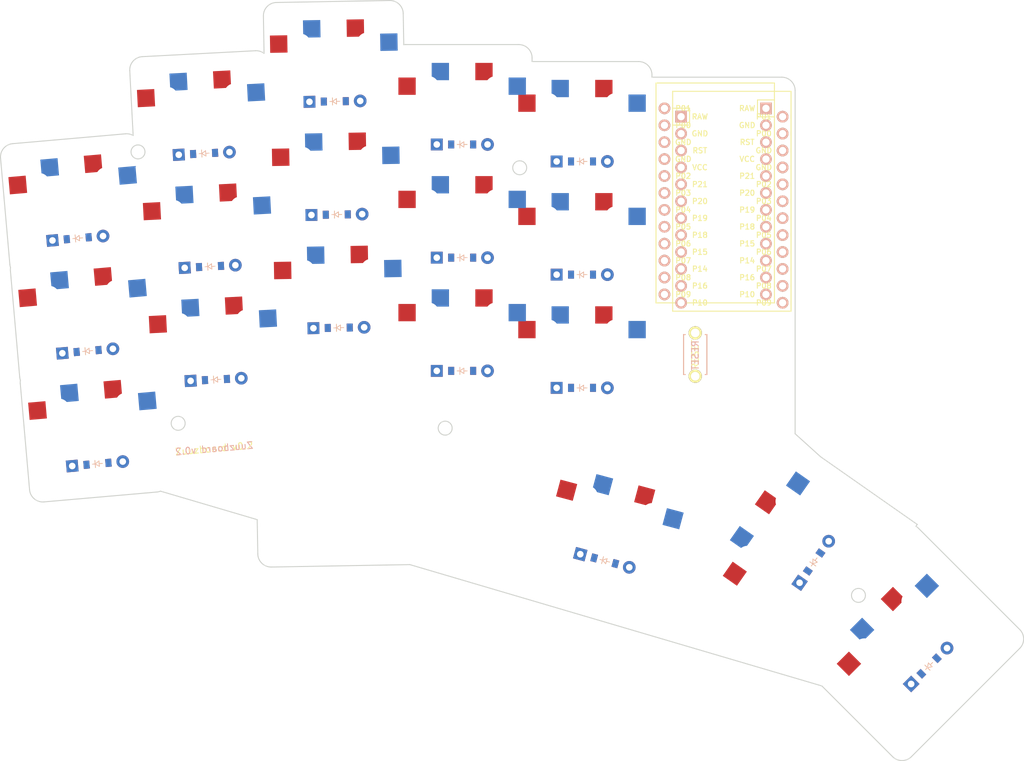
<source format=kicad_pcb>

            
(kicad_pcb (version 20171130) (host pcbnew 5.1.6)

  (page A3)
  (title_block
    (title board)
    (rev 0.3)
    (company Deon)
  )

  (general
    (thickness 1.6)
  )

  (layers
    (0 F.Cu signal)
    (31 B.Cu signal)
    (32 B.Adhes user)
    (33 F.Adhes user)
    (34 B.Paste user)
    (35 F.Paste user)
    (36 B.SilkS user)
    (37 F.SilkS user)
    (38 B.Mask user)
    (39 F.Mask user)
    (40 Dwgs.User user)
    (41 Cmts.User user)
    (42 Eco1.User user)
    (43 Eco2.User user)
    (44 Edge.Cuts user)
    (45 Margin user)
    (46 B.CrtYd user)
    (47 F.CrtYd user)
    (48 B.Fab user)
    (49 F.Fab user)
  )

  (setup
    (last_trace_width 0.25)
    (trace_clearance 0.2)
    (zone_clearance 0.508)
    (zone_45_only no)
    (trace_min 0.2)
    (via_size 0.8)
    (via_drill 0.4)
    (via_min_size 0.4)
    (via_min_drill 0.3)
    (uvia_size 0.3)
    (uvia_drill 0.1)
    (uvias_allowed no)
    (uvia_min_size 0.2)
    (uvia_min_drill 0.1)
    (edge_width 0.05)
    (segment_width 0.2)
    (pcb_text_width 0.3)
    (pcb_text_size 1.5 1.5)
    (mod_edge_width 0.12)
    (mod_text_size 1 1)
    (mod_text_width 0.15)
    (pad_size 1.524 1.524)
    (pad_drill 0.762)
    (pad_to_mask_clearance 0.05)
    (aux_axis_origin 0 0)
    (visible_elements FFFFFF7F)
    (pcbplotparams
      (layerselection 0x010fc_ffffffff)
      (usegerberextensions false)
      (usegerberattributes true)
      (usegerberadvancedattributes true)
      (creategerberjobfile true)
      (excludeedgelayer true)
      (linewidth 0.100000)
      (plotframeref false)
      (viasonmask false)
      (mode 1)
      (useauxorigin false)
      (hpglpennumber 1)
      (hpglpenspeed 20)
      (hpglpendiameter 15.000000)
      (psnegative false)
      (psa4output false)
      (plotreference true)
      (plotvalue true)
      (plotinvisibletext false)
      (padsonsilk false)
      (subtractmaskfromsilk false)
      (outputformat 1)
      (mirror false)
      (drillshape 1)
      (scaleselection 1)
      (outputdirectory ""))
  )

            (net 0 "")
(net 1 "pinky_bottom")
(net 2 "col_pinky")
(net 3 "pinky_home")
(net 4 "pinky_top")
(net 5 "ring_bottom")
(net 6 "col_ring")
(net 7 "ring_home")
(net 8 "ring_top")
(net 9 "middle_bottom")
(net 10 "col_middle")
(net 11 "middle_home")
(net 12 "middle_top")
(net 13 "index_bottom")
(net 14 "col_index")
(net 15 "index_home")
(net 16 "index_top")
(net 17 "inner_bottom")
(net 18 "col_inner")
(net 19 "inner_home")
(net 20 "inner_top")
(net 21 "near_thumb")
(net 22 "home_thumb")
(net 23 "far_thumb")
(net 24 "row_bottom")
(net 25 "row_home")
(net 26 "row_top")
(net 27 "row_thumb")
(net 28 "RAW")
(net 29 "GND")
(net 30 "RST")
(net 31 "VCC")
(net 32 "P21")
(net 33 "P10")
(net 34 "P1")
(net 35 "P0")
(net 36 "P2")
(net 37 "P3")
(net 38 "P7")
(net 39 "P8")
(net 40 "P9")
(net 41 "P20")
(net 42 "P19")
(net 43 "P18")
(net 44 "P15")
(net 45 "P14")
(net 46 "P16")
(net 47 "P4")
(net 48 "P5")
(net 49 "P6")
            
  (net_class Default "This is the default net class."
    (clearance 0.2)
    (trace_width 0.25)
    (via_dia 0.8)
    (via_drill 0.4)
    (uvia_dia 0.3)
    (uvia_drill 0.1)
    (add_net "")
(add_net "pinky_bottom")
(add_net "col_pinky")
(add_net "pinky_home")
(add_net "pinky_top")
(add_net "ring_bottom")
(add_net "col_ring")
(add_net "ring_home")
(add_net "ring_top")
(add_net "middle_bottom")
(add_net "col_middle")
(add_net "middle_home")
(add_net "middle_top")
(add_net "index_bottom")
(add_net "col_index")
(add_net "index_home")
(add_net "index_top")
(add_net "inner_bottom")
(add_net "col_inner")
(add_net "inner_home")
(add_net "inner_top")
(add_net "near_thumb")
(add_net "home_thumb")
(add_net "far_thumb")
(add_net "row_bottom")
(add_net "row_home")
(add_net "row_top")
(add_net "row_thumb")
(add_net "RAW")
(add_net "GND")
(add_net "RST")
(add_net "VCC")
(add_net "P21")
(add_net "P10")
(add_net "P1")
(add_net "P0")
(add_net "P2")
(add_net "P3")
(add_net "P7")
(add_net "P8")
(add_net "P9")
(add_net "P20")
(add_net "P19")
(add_net "P18")
(add_net "P15")
(add_net "P14")
(add_net "P16")
(add_net "P4")
(add_net "P5")
(add_net "P6")
  )

            
        
      (module PG1350 (layer F.Cu) (tedit 5DD50112)
      (at 0 0 5)

      
      (fp_text reference "S1" (at 0 0) (layer F.SilkS) hide (effects (font (size 1.27 1.27) (thickness 0.15))))
      (fp_text value "" (at 0 0) (layer F.SilkS) hide (effects (font (size 1.27 1.27) (thickness 0.15))))

      
      (fp_line (start -7 -6) (end -7 -7) (layer Dwgs.User) (width 0.15))
      (fp_line (start -7 7) (end -6 7) (layer Dwgs.User) (width 0.15))
      (fp_line (start -6 -7) (end -7 -7) (layer Dwgs.User) (width 0.15))
      (fp_line (start -7 7) (end -7 6) (layer Dwgs.User) (width 0.15))
      (fp_line (start 7 6) (end 7 7) (layer Dwgs.User) (width 0.15))
      (fp_line (start 7 -7) (end 6 -7) (layer Dwgs.User) (width 0.15))
      (fp_line (start 6 7) (end 7 7) (layer Dwgs.User) (width 0.15))
      (fp_line (start 7 -7) (end 7 -6) (layer Dwgs.User) (width 0.15))      
      
      
      (pad "" np_thru_hole circle (at 0 0) (size 3.429 3.429) (drill 3.429) (layers *.Cu *.Mask))
        
      
      (pad "" np_thru_hole circle (at 5.5 0) (size 1.7018 1.7018) (drill 1.7018) (layers *.Cu *.Mask))
      (pad "" np_thru_hole circle (at -5.5 0) (size 1.7018 1.7018) (drill 1.7018) (layers *.Cu *.Mask))
      
        
      
      (fp_line (start -9 -8.5) (end 9 -8.5) (layer Dwgs.User) (width 0.15))
      (fp_line (start 9 -8.5) (end 9 8.5) (layer Dwgs.User) (width 0.15))
      (fp_line (start 9 8.5) (end -9 8.5) (layer Dwgs.User) (width 0.15))
      (fp_line (start -9 8.5) (end -9 -8.5) (layer Dwgs.User) (width 0.15))
      
        
          
          (pad "" np_thru_hole circle (at 5 -3.75) (size 3 3) (drill 3) (layers *.Cu *.Mask))
          (pad "" np_thru_hole circle (at 0 -5.95) (size 3 3) (drill 3) (layers *.Cu *.Mask))
      
          
          (pad 1 smd rect (at -3.275 -5.95 5) (size 2.6 2.6) (layers B.Cu B.Paste B.Mask)  (net 1 "pinky_bottom"))
          (pad 2 smd rect (at 8.275 -3.75 5) (size 2.6 2.6) (layers B.Cu B.Paste B.Mask)  (net 2 "col_pinky"))
        
        
          
          (pad "" np_thru_hole circle (at -5 -3.75) (size 3 3) (drill 3) (layers *.Cu *.Mask))
          (pad "" np_thru_hole circle (at 0 -5.95) (size 3 3) (drill 3) (layers *.Cu *.Mask))
      
          
          (pad 1 smd rect (at 3.275 -5.95 5) (size 2.6 2.6) (layers F.Cu F.Paste F.Mask)  (net 1 "pinky_bottom"))
          (pad 2 smd rect (at -8.275 -3.75 5) (size 2.6 2.6) (layers F.Cu F.Paste F.Mask)  (net 2 "col_pinky"))
        )
        

        
      (module PG1350 (layer F.Cu) (tedit 5DD50112)
      (at -1.4816476 -16.9353099 5)

      
      (fp_text reference "S2" (at 0 0) (layer F.SilkS) hide (effects (font (size 1.27 1.27) (thickness 0.15))))
      (fp_text value "" (at 0 0) (layer F.SilkS) hide (effects (font (size 1.27 1.27) (thickness 0.15))))

      
      (fp_line (start -7 -6) (end -7 -7) (layer Dwgs.User) (width 0.15))
      (fp_line (start -7 7) (end -6 7) (layer Dwgs.User) (width 0.15))
      (fp_line (start -6 -7) (end -7 -7) (layer Dwgs.User) (width 0.15))
      (fp_line (start -7 7) (end -7 6) (layer Dwgs.User) (width 0.15))
      (fp_line (start 7 6) (end 7 7) (layer Dwgs.User) (width 0.15))
      (fp_line (start 7 -7) (end 6 -7) (layer Dwgs.User) (width 0.15))
      (fp_line (start 6 7) (end 7 7) (layer Dwgs.User) (width 0.15))
      (fp_line (start 7 -7) (end 7 -6) (layer Dwgs.User) (width 0.15))      
      
      
      (pad "" np_thru_hole circle (at 0 0) (size 3.429 3.429) (drill 3.429) (layers *.Cu *.Mask))
        
      
      (pad "" np_thru_hole circle (at 5.5 0) (size 1.7018 1.7018) (drill 1.7018) (layers *.Cu *.Mask))
      (pad "" np_thru_hole circle (at -5.5 0) (size 1.7018 1.7018) (drill 1.7018) (layers *.Cu *.Mask))
      
        
      
      (fp_line (start -9 -8.5) (end 9 -8.5) (layer Dwgs.User) (width 0.15))
      (fp_line (start 9 -8.5) (end 9 8.5) (layer Dwgs.User) (width 0.15))
      (fp_line (start 9 8.5) (end -9 8.5) (layer Dwgs.User) (width 0.15))
      (fp_line (start -9 8.5) (end -9 -8.5) (layer Dwgs.User) (width 0.15))
      
        
          
          (pad "" np_thru_hole circle (at 5 -3.75) (size 3 3) (drill 3) (layers *.Cu *.Mask))
          (pad "" np_thru_hole circle (at 0 -5.95) (size 3 3) (drill 3) (layers *.Cu *.Mask))
      
          
          (pad 1 smd rect (at -3.275 -5.95 5) (size 2.6 2.6) (layers B.Cu B.Paste B.Mask)  (net 3 "pinky_home"))
          (pad 2 smd rect (at 8.275 -3.75 5) (size 2.6 2.6) (layers B.Cu B.Paste B.Mask)  (net 2 "col_pinky"))
        
        
          
          (pad "" np_thru_hole circle (at -5 -3.75) (size 3 3) (drill 3) (layers *.Cu *.Mask))
          (pad "" np_thru_hole circle (at 0 -5.95) (size 3 3) (drill 3) (layers *.Cu *.Mask))
      
          
          (pad 1 smd rect (at 3.275 -5.95 5) (size 2.6 2.6) (layers F.Cu F.Paste F.Mask)  (net 3 "pinky_home"))
          (pad 2 smd rect (at -8.275 -3.75 5) (size 2.6 2.6) (layers F.Cu F.Paste F.Mask)  (net 2 "col_pinky"))
        )
        

        
      (module PG1350 (layer F.Cu) (tedit 5DD50112)
      (at -2.9632952 -33.8706198 5)

      
      (fp_text reference "S3" (at 0 0) (layer F.SilkS) hide (effects (font (size 1.27 1.27) (thickness 0.15))))
      (fp_text value "" (at 0 0) (layer F.SilkS) hide (effects (font (size 1.27 1.27) (thickness 0.15))))

      
      (fp_line (start -7 -6) (end -7 -7) (layer Dwgs.User) (width 0.15))
      (fp_line (start -7 7) (end -6 7) (layer Dwgs.User) (width 0.15))
      (fp_line (start -6 -7) (end -7 -7) (layer Dwgs.User) (width 0.15))
      (fp_line (start -7 7) (end -7 6) (layer Dwgs.User) (width 0.15))
      (fp_line (start 7 6) (end 7 7) (layer Dwgs.User) (width 0.15))
      (fp_line (start 7 -7) (end 6 -7) (layer Dwgs.User) (width 0.15))
      (fp_line (start 6 7) (end 7 7) (layer Dwgs.User) (width 0.15))
      (fp_line (start 7 -7) (end 7 -6) (layer Dwgs.User) (width 0.15))      
      
      
      (pad "" np_thru_hole circle (at 0 0) (size 3.429 3.429) (drill 3.429) (layers *.Cu *.Mask))
        
      
      (pad "" np_thru_hole circle (at 5.5 0) (size 1.7018 1.7018) (drill 1.7018) (layers *.Cu *.Mask))
      (pad "" np_thru_hole circle (at -5.5 0) (size 1.7018 1.7018) (drill 1.7018) (layers *.Cu *.Mask))
      
        
      
      (fp_line (start -9 -8.5) (end 9 -8.5) (layer Dwgs.User) (width 0.15))
      (fp_line (start 9 -8.5) (end 9 8.5) (layer Dwgs.User) (width 0.15))
      (fp_line (start 9 8.5) (end -9 8.5) (layer Dwgs.User) (width 0.15))
      (fp_line (start -9 8.5) (end -9 -8.5) (layer Dwgs.User) (width 0.15))
      
        
          
          (pad "" np_thru_hole circle (at 5 -3.75) (size 3 3) (drill 3) (layers *.Cu *.Mask))
          (pad "" np_thru_hole circle (at 0 -5.95) (size 3 3) (drill 3) (layers *.Cu *.Mask))
      
          
          (pad 1 smd rect (at -3.275 -5.95 5) (size 2.6 2.6) (layers B.Cu B.Paste B.Mask)  (net 4 "pinky_top"))
          (pad 2 smd rect (at 8.275 -3.75 5) (size 2.6 2.6) (layers B.Cu B.Paste B.Mask)  (net 2 "col_pinky"))
        
        
          
          (pad "" np_thru_hole circle (at -5 -3.75) (size 3 3) (drill 3) (layers *.Cu *.Mask))
          (pad "" np_thru_hole circle (at 0 -5.95) (size 3 3) (drill 3) (layers *.Cu *.Mask))
      
          
          (pad 1 smd rect (at 3.275 -5.95 5) (size 2.6 2.6) (layers F.Cu F.Paste F.Mask)  (net 4 "pinky_top"))
          (pad 2 smd rect (at -8.275 -3.75 5) (size 2.6 2.6) (layers F.Cu F.Paste F.Mask)  (net 2 "col_pinky"))
        )
        

        
      (module PG1350 (layer F.Cu) (tedit 5DD50112)
      (at 17.9646283 -12.6639105 3)

      
      (fp_text reference "S4" (at 0 0) (layer F.SilkS) hide (effects (font (size 1.27 1.27) (thickness 0.15))))
      (fp_text value "" (at 0 0) (layer F.SilkS) hide (effects (font (size 1.27 1.27) (thickness 0.15))))

      
      (fp_line (start -7 -6) (end -7 -7) (layer Dwgs.User) (width 0.15))
      (fp_line (start -7 7) (end -6 7) (layer Dwgs.User) (width 0.15))
      (fp_line (start -6 -7) (end -7 -7) (layer Dwgs.User) (width 0.15))
      (fp_line (start -7 7) (end -7 6) (layer Dwgs.User) (width 0.15))
      (fp_line (start 7 6) (end 7 7) (layer Dwgs.User) (width 0.15))
      (fp_line (start 7 -7) (end 6 -7) (layer Dwgs.User) (width 0.15))
      (fp_line (start 6 7) (end 7 7) (layer Dwgs.User) (width 0.15))
      (fp_line (start 7 -7) (end 7 -6) (layer Dwgs.User) (width 0.15))      
      
      
      (pad "" np_thru_hole circle (at 0 0) (size 3.429 3.429) (drill 3.429) (layers *.Cu *.Mask))
        
      
      (pad "" np_thru_hole circle (at 5.5 0) (size 1.7018 1.7018) (drill 1.7018) (layers *.Cu *.Mask))
      (pad "" np_thru_hole circle (at -5.5 0) (size 1.7018 1.7018) (drill 1.7018) (layers *.Cu *.Mask))
      
        
      
      (fp_line (start -9 -8.5) (end 9 -8.5) (layer Dwgs.User) (width 0.15))
      (fp_line (start 9 -8.5) (end 9 8.5) (layer Dwgs.User) (width 0.15))
      (fp_line (start 9 8.5) (end -9 8.5) (layer Dwgs.User) (width 0.15))
      (fp_line (start -9 8.5) (end -9 -8.5) (layer Dwgs.User) (width 0.15))
      
        
          
          (pad "" np_thru_hole circle (at 5 -3.75) (size 3 3) (drill 3) (layers *.Cu *.Mask))
          (pad "" np_thru_hole circle (at 0 -5.95) (size 3 3) (drill 3) (layers *.Cu *.Mask))
      
          
          (pad 1 smd rect (at -3.275 -5.95 3) (size 2.6 2.6) (layers B.Cu B.Paste B.Mask)  (net 5 "ring_bottom"))
          (pad 2 smd rect (at 8.275 -3.75 3) (size 2.6 2.6) (layers B.Cu B.Paste B.Mask)  (net 6 "col_ring"))
        
        
          
          (pad "" np_thru_hole circle (at -5 -3.75) (size 3 3) (drill 3) (layers *.Cu *.Mask))
          (pad "" np_thru_hole circle (at 0 -5.95) (size 3 3) (drill 3) (layers *.Cu *.Mask))
      
          
          (pad 1 smd rect (at 3.275 -5.95 3) (size 2.6 2.6) (layers F.Cu F.Paste F.Mask)  (net 5 "ring_bottom"))
          (pad 2 smd rect (at -8.275 -3.75 3) (size 2.6 2.6) (layers F.Cu F.Paste F.Mask)  (net 6 "col_ring"))
        )
        

        
      (module PG1350 (layer F.Cu) (tedit 5DD50112)
      (at 17.074917000000003 -29.6406126 3)

      
      (fp_text reference "S5" (at 0 0) (layer F.SilkS) hide (effects (font (size 1.27 1.27) (thickness 0.15))))
      (fp_text value "" (at 0 0) (layer F.SilkS) hide (effects (font (size 1.27 1.27) (thickness 0.15))))

      
      (fp_line (start -7 -6) (end -7 -7) (layer Dwgs.User) (width 0.15))
      (fp_line (start -7 7) (end -6 7) (layer Dwgs.User) (width 0.15))
      (fp_line (start -6 -7) (end -7 -7) (layer Dwgs.User) (width 0.15))
      (fp_line (start -7 7) (end -7 6) (layer Dwgs.User) (width 0.15))
      (fp_line (start 7 6) (end 7 7) (layer Dwgs.User) (width 0.15))
      (fp_line (start 7 -7) (end 6 -7) (layer Dwgs.User) (width 0.15))
      (fp_line (start 6 7) (end 7 7) (layer Dwgs.User) (width 0.15))
      (fp_line (start 7 -7) (end 7 -6) (layer Dwgs.User) (width 0.15))      
      
      
      (pad "" np_thru_hole circle (at 0 0) (size 3.429 3.429) (drill 3.429) (layers *.Cu *.Mask))
        
      
      (pad "" np_thru_hole circle (at 5.5 0) (size 1.7018 1.7018) (drill 1.7018) (layers *.Cu *.Mask))
      (pad "" np_thru_hole circle (at -5.5 0) (size 1.7018 1.7018) (drill 1.7018) (layers *.Cu *.Mask))
      
        
      
      (fp_line (start -9 -8.5) (end 9 -8.5) (layer Dwgs.User) (width 0.15))
      (fp_line (start 9 -8.5) (end 9 8.5) (layer Dwgs.User) (width 0.15))
      (fp_line (start 9 8.5) (end -9 8.5) (layer Dwgs.User) (width 0.15))
      (fp_line (start -9 8.5) (end -9 -8.5) (layer Dwgs.User) (width 0.15))
      
        
          
          (pad "" np_thru_hole circle (at 5 -3.75) (size 3 3) (drill 3) (layers *.Cu *.Mask))
          (pad "" np_thru_hole circle (at 0 -5.95) (size 3 3) (drill 3) (layers *.Cu *.Mask))
      
          
          (pad 1 smd rect (at -3.275 -5.95 3) (size 2.6 2.6) (layers B.Cu B.Paste B.Mask)  (net 7 "ring_home"))
          (pad 2 smd rect (at 8.275 -3.75 3) (size 2.6 2.6) (layers B.Cu B.Paste B.Mask)  (net 6 "col_ring"))
        
        
          
          (pad "" np_thru_hole circle (at -5 -3.75) (size 3 3) (drill 3) (layers *.Cu *.Mask))
          (pad "" np_thru_hole circle (at 0 -5.95) (size 3 3) (drill 3) (layers *.Cu *.Mask))
      
          
          (pad 1 smd rect (at 3.275 -5.95 3) (size 2.6 2.6) (layers F.Cu F.Paste F.Mask)  (net 7 "ring_home"))
          (pad 2 smd rect (at -8.275 -3.75 3) (size 2.6 2.6) (layers F.Cu F.Paste F.Mask)  (net 6 "col_ring"))
        )
        

        
      (module PG1350 (layer F.Cu) (tedit 5DD50112)
      (at 16.185205700000004 -46.6173147 3)

      
      (fp_text reference "S6" (at 0 0) (layer F.SilkS) hide (effects (font (size 1.27 1.27) (thickness 0.15))))
      (fp_text value "" (at 0 0) (layer F.SilkS) hide (effects (font (size 1.27 1.27) (thickness 0.15))))

      
      (fp_line (start -7 -6) (end -7 -7) (layer Dwgs.User) (width 0.15))
      (fp_line (start -7 7) (end -6 7) (layer Dwgs.User) (width 0.15))
      (fp_line (start -6 -7) (end -7 -7) (layer Dwgs.User) (width 0.15))
      (fp_line (start -7 7) (end -7 6) (layer Dwgs.User) (width 0.15))
      (fp_line (start 7 6) (end 7 7) (layer Dwgs.User) (width 0.15))
      (fp_line (start 7 -7) (end 6 -7) (layer Dwgs.User) (width 0.15))
      (fp_line (start 6 7) (end 7 7) (layer Dwgs.User) (width 0.15))
      (fp_line (start 7 -7) (end 7 -6) (layer Dwgs.User) (width 0.15))      
      
      
      (pad "" np_thru_hole circle (at 0 0) (size 3.429 3.429) (drill 3.429) (layers *.Cu *.Mask))
        
      
      (pad "" np_thru_hole circle (at 5.5 0) (size 1.7018 1.7018) (drill 1.7018) (layers *.Cu *.Mask))
      (pad "" np_thru_hole circle (at -5.5 0) (size 1.7018 1.7018) (drill 1.7018) (layers *.Cu *.Mask))
      
        
      
      (fp_line (start -9 -8.5) (end 9 -8.5) (layer Dwgs.User) (width 0.15))
      (fp_line (start 9 -8.5) (end 9 8.5) (layer Dwgs.User) (width 0.15))
      (fp_line (start 9 8.5) (end -9 8.5) (layer Dwgs.User) (width 0.15))
      (fp_line (start -9 8.5) (end -9 -8.5) (layer Dwgs.User) (width 0.15))
      
        
          
          (pad "" np_thru_hole circle (at 5 -3.75) (size 3 3) (drill 3) (layers *.Cu *.Mask))
          (pad "" np_thru_hole circle (at 0 -5.95) (size 3 3) (drill 3) (layers *.Cu *.Mask))
      
          
          (pad 1 smd rect (at -3.275 -5.95 3) (size 2.6 2.6) (layers B.Cu B.Paste B.Mask)  (net 8 "ring_top"))
          (pad 2 smd rect (at 8.275 -3.75 3) (size 2.6 2.6) (layers B.Cu B.Paste B.Mask)  (net 6 "col_ring"))
        
        
          
          (pad "" np_thru_hole circle (at -5 -3.75) (size 3 3) (drill 3) (layers *.Cu *.Mask))
          (pad "" np_thru_hole circle (at 0 -5.95) (size 3 3) (drill 3) (layers *.Cu *.Mask))
      
          
          (pad 1 smd rect (at 3.275 -5.95 3) (size 2.6 2.6) (layers F.Cu F.Paste F.Mask)  (net 8 "ring_top"))
          (pad 2 smd rect (at -8.275 -3.75 3) (size 2.6 2.6) (layers F.Cu F.Paste F.Mask)  (net 6 "col_ring"))
        )
        

        
      (module PG1350 (layer F.Cu) (tedit 5DD50112)
      (at 36.582704899999996 -20.4489745 1)

      
      (fp_text reference "S7" (at 0 0) (layer F.SilkS) hide (effects (font (size 1.27 1.27) (thickness 0.15))))
      (fp_text value "" (at 0 0) (layer F.SilkS) hide (effects (font (size 1.27 1.27) (thickness 0.15))))

      
      (fp_line (start -7 -6) (end -7 -7) (layer Dwgs.User) (width 0.15))
      (fp_line (start -7 7) (end -6 7) (layer Dwgs.User) (width 0.15))
      (fp_line (start -6 -7) (end -7 -7) (layer Dwgs.User) (width 0.15))
      (fp_line (start -7 7) (end -7 6) (layer Dwgs.User) (width 0.15))
      (fp_line (start 7 6) (end 7 7) (layer Dwgs.User) (width 0.15))
      (fp_line (start 7 -7) (end 6 -7) (layer Dwgs.User) (width 0.15))
      (fp_line (start 6 7) (end 7 7) (layer Dwgs.User) (width 0.15))
      (fp_line (start 7 -7) (end 7 -6) (layer Dwgs.User) (width 0.15))      
      
      
      (pad "" np_thru_hole circle (at 0 0) (size 3.429 3.429) (drill 3.429) (layers *.Cu *.Mask))
        
      
      (pad "" np_thru_hole circle (at 5.5 0) (size 1.7018 1.7018) (drill 1.7018) (layers *.Cu *.Mask))
      (pad "" np_thru_hole circle (at -5.5 0) (size 1.7018 1.7018) (drill 1.7018) (layers *.Cu *.Mask))
      
        
      
      (fp_line (start -9 -8.5) (end 9 -8.5) (layer Dwgs.User) (width 0.15))
      (fp_line (start 9 -8.5) (end 9 8.5) (layer Dwgs.User) (width 0.15))
      (fp_line (start 9 8.5) (end -9 8.5) (layer Dwgs.User) (width 0.15))
      (fp_line (start -9 8.5) (end -9 -8.5) (layer Dwgs.User) (width 0.15))
      
        
          
          (pad "" np_thru_hole circle (at 5 -3.75) (size 3 3) (drill 3) (layers *.Cu *.Mask))
          (pad "" np_thru_hole circle (at 0 -5.95) (size 3 3) (drill 3) (layers *.Cu *.Mask))
      
          
          (pad 1 smd rect (at -3.275 -5.95 1) (size 2.6 2.6) (layers B.Cu B.Paste B.Mask)  (net 9 "middle_bottom"))
          (pad 2 smd rect (at 8.275 -3.75 1) (size 2.6 2.6) (layers B.Cu B.Paste B.Mask)  (net 10 "col_middle"))
        
        
          
          (pad "" np_thru_hole circle (at -5 -3.75) (size 3 3) (drill 3) (layers *.Cu *.Mask))
          (pad "" np_thru_hole circle (at 0 -5.95) (size 3 3) (drill 3) (layers *.Cu *.Mask))
      
          
          (pad 1 smd rect (at 3.275 -5.95 1) (size 2.6 2.6) (layers F.Cu F.Paste F.Mask)  (net 9 "middle_bottom"))
          (pad 2 smd rect (at -8.275 -3.75 1) (size 2.6 2.6) (layers F.Cu F.Paste F.Mask)  (net 10 "col_middle"))
        )
        

        
      (module PG1350 (layer F.Cu) (tedit 5DD50112)
      (at 36.286013999999994 -37.4463853 1)

      
      (fp_text reference "S8" (at 0 0) (layer F.SilkS) hide (effects (font (size 1.27 1.27) (thickness 0.15))))
      (fp_text value "" (at 0 0) (layer F.SilkS) hide (effects (font (size 1.27 1.27) (thickness 0.15))))

      
      (fp_line (start -7 -6) (end -7 -7) (layer Dwgs.User) (width 0.15))
      (fp_line (start -7 7) (end -6 7) (layer Dwgs.User) (width 0.15))
      (fp_line (start -6 -7) (end -7 -7) (layer Dwgs.User) (width 0.15))
      (fp_line (start -7 7) (end -7 6) (layer Dwgs.User) (width 0.15))
      (fp_line (start 7 6) (end 7 7) (layer Dwgs.User) (width 0.15))
      (fp_line (start 7 -7) (end 6 -7) (layer Dwgs.User) (width 0.15))
      (fp_line (start 6 7) (end 7 7) (layer Dwgs.User) (width 0.15))
      (fp_line (start 7 -7) (end 7 -6) (layer Dwgs.User) (width 0.15))      
      
      
      (pad "" np_thru_hole circle (at 0 0) (size 3.429 3.429) (drill 3.429) (layers *.Cu *.Mask))
        
      
      (pad "" np_thru_hole circle (at 5.5 0) (size 1.7018 1.7018) (drill 1.7018) (layers *.Cu *.Mask))
      (pad "" np_thru_hole circle (at -5.5 0) (size 1.7018 1.7018) (drill 1.7018) (layers *.Cu *.Mask))
      
        
      
      (fp_line (start -9 -8.5) (end 9 -8.5) (layer Dwgs.User) (width 0.15))
      (fp_line (start 9 -8.5) (end 9 8.5) (layer Dwgs.User) (width 0.15))
      (fp_line (start 9 8.5) (end -9 8.5) (layer Dwgs.User) (width 0.15))
      (fp_line (start -9 8.5) (end -9 -8.5) (layer Dwgs.User) (width 0.15))
      
        
          
          (pad "" np_thru_hole circle (at 5 -3.75) (size 3 3) (drill 3) (layers *.Cu *.Mask))
          (pad "" np_thru_hole circle (at 0 -5.95) (size 3 3) (drill 3) (layers *.Cu *.Mask))
      
          
          (pad 1 smd rect (at -3.275 -5.95 1) (size 2.6 2.6) (layers B.Cu B.Paste B.Mask)  (net 11 "middle_home"))
          (pad 2 smd rect (at 8.275 -3.75 1) (size 2.6 2.6) (layers B.Cu B.Paste B.Mask)  (net 10 "col_middle"))
        
        
          
          (pad "" np_thru_hole circle (at -5 -3.75) (size 3 3) (drill 3) (layers *.Cu *.Mask))
          (pad "" np_thru_hole circle (at 0 -5.95) (size 3 3) (drill 3) (layers *.Cu *.Mask))
      
          
          (pad 1 smd rect (at 3.275 -5.95 1) (size 2.6 2.6) (layers F.Cu F.Paste F.Mask)  (net 11 "middle_home"))
          (pad 2 smd rect (at -8.275 -3.75 1) (size 2.6 2.6) (layers F.Cu F.Paste F.Mask)  (net 10 "col_middle"))
        )
        

        
      (module PG1350 (layer F.Cu) (tedit 5DD50112)
      (at 35.98932309999999 -54.4437961 1)

      
      (fp_text reference "S9" (at 0 0) (layer F.SilkS) hide (effects (font (size 1.27 1.27) (thickness 0.15))))
      (fp_text value "" (at 0 0) (layer F.SilkS) hide (effects (font (size 1.27 1.27) (thickness 0.15))))

      
      (fp_line (start -7 -6) (end -7 -7) (layer Dwgs.User) (width 0.15))
      (fp_line (start -7 7) (end -6 7) (layer Dwgs.User) (width 0.15))
      (fp_line (start -6 -7) (end -7 -7) (layer Dwgs.User) (width 0.15))
      (fp_line (start -7 7) (end -7 6) (layer Dwgs.User) (width 0.15))
      (fp_line (start 7 6) (end 7 7) (layer Dwgs.User) (width 0.15))
      (fp_line (start 7 -7) (end 6 -7) (layer Dwgs.User) (width 0.15))
      (fp_line (start 6 7) (end 7 7) (layer Dwgs.User) (width 0.15))
      (fp_line (start 7 -7) (end 7 -6) (layer Dwgs.User) (width 0.15))      
      
      
      (pad "" np_thru_hole circle (at 0 0) (size 3.429 3.429) (drill 3.429) (layers *.Cu *.Mask))
        
      
      (pad "" np_thru_hole circle (at 5.5 0) (size 1.7018 1.7018) (drill 1.7018) (layers *.Cu *.Mask))
      (pad "" np_thru_hole circle (at -5.5 0) (size 1.7018 1.7018) (drill 1.7018) (layers *.Cu *.Mask))
      
        
      
      (fp_line (start -9 -8.5) (end 9 -8.5) (layer Dwgs.User) (width 0.15))
      (fp_line (start 9 -8.5) (end 9 8.5) (layer Dwgs.User) (width 0.15))
      (fp_line (start 9 8.5) (end -9 8.5) (layer Dwgs.User) (width 0.15))
      (fp_line (start -9 8.5) (end -9 -8.5) (layer Dwgs.User) (width 0.15))
      
        
          
          (pad "" np_thru_hole circle (at 5 -3.75) (size 3 3) (drill 3) (layers *.Cu *.Mask))
          (pad "" np_thru_hole circle (at 0 -5.95) (size 3 3) (drill 3) (layers *.Cu *.Mask))
      
          
          (pad 1 smd rect (at -3.275 -5.95 1) (size 2.6 2.6) (layers B.Cu B.Paste B.Mask)  (net 12 "middle_top"))
          (pad 2 smd rect (at 8.275 -3.75 1) (size 2.6 2.6) (layers B.Cu B.Paste B.Mask)  (net 10 "col_middle"))
        
        
          
          (pad "" np_thru_hole circle (at -5 -3.75) (size 3 3) (drill 3) (layers *.Cu *.Mask))
          (pad "" np_thru_hole circle (at 0 -5.95) (size 3 3) (drill 3) (layers *.Cu *.Mask))
      
          
          (pad 1 smd rect (at 3.275 -5.95 1) (size 2.6 2.6) (layers F.Cu F.Paste F.Mask)  (net 12 "middle_top"))
          (pad 2 smd rect (at -8.275 -3.75 1) (size 2.6 2.6) (layers F.Cu F.Paste F.Mask)  (net 10 "col_middle"))
        )
        

        
      (module PG1350 (layer F.Cu) (tedit 5DD50112)
      (at 55.198563699999994 -13.972879699999998 0)

      
      (fp_text reference "S10" (at 0 0) (layer F.SilkS) hide (effects (font (size 1.27 1.27) (thickness 0.15))))
      (fp_text value "" (at 0 0) (layer F.SilkS) hide (effects (font (size 1.27 1.27) (thickness 0.15))))

      
      (fp_line (start -7 -6) (end -7 -7) (layer Dwgs.User) (width 0.15))
      (fp_line (start -7 7) (end -6 7) (layer Dwgs.User) (width 0.15))
      (fp_line (start -6 -7) (end -7 -7) (layer Dwgs.User) (width 0.15))
      (fp_line (start -7 7) (end -7 6) (layer Dwgs.User) (width 0.15))
      (fp_line (start 7 6) (end 7 7) (layer Dwgs.User) (width 0.15))
      (fp_line (start 7 -7) (end 6 -7) (layer Dwgs.User) (width 0.15))
      (fp_line (start 6 7) (end 7 7) (layer Dwgs.User) (width 0.15))
      (fp_line (start 7 -7) (end 7 -6) (layer Dwgs.User) (width 0.15))      
      
      
      (pad "" np_thru_hole circle (at 0 0) (size 3.429 3.429) (drill 3.429) (layers *.Cu *.Mask))
        
      
      (pad "" np_thru_hole circle (at 5.5 0) (size 1.7018 1.7018) (drill 1.7018) (layers *.Cu *.Mask))
      (pad "" np_thru_hole circle (at -5.5 0) (size 1.7018 1.7018) (drill 1.7018) (layers *.Cu *.Mask))
      
        
      
      (fp_line (start -9 -8.5) (end 9 -8.5) (layer Dwgs.User) (width 0.15))
      (fp_line (start 9 -8.5) (end 9 8.5) (layer Dwgs.User) (width 0.15))
      (fp_line (start 9 8.5) (end -9 8.5) (layer Dwgs.User) (width 0.15))
      (fp_line (start -9 8.5) (end -9 -8.5) (layer Dwgs.User) (width 0.15))
      
        
          
          (pad "" np_thru_hole circle (at 5 -3.75) (size 3 3) (drill 3) (layers *.Cu *.Mask))
          (pad "" np_thru_hole circle (at 0 -5.95) (size 3 3) (drill 3) (layers *.Cu *.Mask))
      
          
          (pad 1 smd rect (at -3.275 -5.95 0) (size 2.6 2.6) (layers B.Cu B.Paste B.Mask)  (net 13 "index_bottom"))
          (pad 2 smd rect (at 8.275 -3.75 0) (size 2.6 2.6) (layers B.Cu B.Paste B.Mask)  (net 14 "col_index"))
        
        
          
          (pad "" np_thru_hole circle (at -5 -3.75) (size 3 3) (drill 3) (layers *.Cu *.Mask))
          (pad "" np_thru_hole circle (at 0 -5.95) (size 3 3) (drill 3) (layers *.Cu *.Mask))
      
          
          (pad 1 smd rect (at 3.275 -5.95 0) (size 2.6 2.6) (layers F.Cu F.Paste F.Mask)  (net 13 "index_bottom"))
          (pad 2 smd rect (at -8.275 -3.75 0) (size 2.6 2.6) (layers F.Cu F.Paste F.Mask)  (net 14 "col_index"))
        )
        

        
      (module PG1350 (layer F.Cu) (tedit 5DD50112)
      (at 55.198563699999994 -30.9728797 0)

      
      (fp_text reference "S11" (at 0 0) (layer F.SilkS) hide (effects (font (size 1.27 1.27) (thickness 0.15))))
      (fp_text value "" (at 0 0) (layer F.SilkS) hide (effects (font (size 1.27 1.27) (thickness 0.15))))

      
      (fp_line (start -7 -6) (end -7 -7) (layer Dwgs.User) (width 0.15))
      (fp_line (start -7 7) (end -6 7) (layer Dwgs.User) (width 0.15))
      (fp_line (start -6 -7) (end -7 -7) (layer Dwgs.User) (width 0.15))
      (fp_line (start -7 7) (end -7 6) (layer Dwgs.User) (width 0.15))
      (fp_line (start 7 6) (end 7 7) (layer Dwgs.User) (width 0.15))
      (fp_line (start 7 -7) (end 6 -7) (layer Dwgs.User) (width 0.15))
      (fp_line (start 6 7) (end 7 7) (layer Dwgs.User) (width 0.15))
      (fp_line (start 7 -7) (end 7 -6) (layer Dwgs.User) (width 0.15))      
      
      
      (pad "" np_thru_hole circle (at 0 0) (size 3.429 3.429) (drill 3.429) (layers *.Cu *.Mask))
        
      
      (pad "" np_thru_hole circle (at 5.5 0) (size 1.7018 1.7018) (drill 1.7018) (layers *.Cu *.Mask))
      (pad "" np_thru_hole circle (at -5.5 0) (size 1.7018 1.7018) (drill 1.7018) (layers *.Cu *.Mask))
      
        
      
      (fp_line (start -9 -8.5) (end 9 -8.5) (layer Dwgs.User) (width 0.15))
      (fp_line (start 9 -8.5) (end 9 8.5) (layer Dwgs.User) (width 0.15))
      (fp_line (start 9 8.5) (end -9 8.5) (layer Dwgs.User) (width 0.15))
      (fp_line (start -9 8.5) (end -9 -8.5) (layer Dwgs.User) (width 0.15))
      
        
          
          (pad "" np_thru_hole circle (at 5 -3.75) (size 3 3) (drill 3) (layers *.Cu *.Mask))
          (pad "" np_thru_hole circle (at 0 -5.95) (size 3 3) (drill 3) (layers *.Cu *.Mask))
      
          
          (pad 1 smd rect (at -3.275 -5.95 0) (size 2.6 2.6) (layers B.Cu B.Paste B.Mask)  (net 15 "index_home"))
          (pad 2 smd rect (at 8.275 -3.75 0) (size 2.6 2.6) (layers B.Cu B.Paste B.Mask)  (net 14 "col_index"))
        
        
          
          (pad "" np_thru_hole circle (at -5 -3.75) (size 3 3) (drill 3) (layers *.Cu *.Mask))
          (pad "" np_thru_hole circle (at 0 -5.95) (size 3 3) (drill 3) (layers *.Cu *.Mask))
      
          
          (pad 1 smd rect (at 3.275 -5.95 0) (size 2.6 2.6) (layers F.Cu F.Paste F.Mask)  (net 15 "index_home"))
          (pad 2 smd rect (at -8.275 -3.75 0) (size 2.6 2.6) (layers F.Cu F.Paste F.Mask)  (net 14 "col_index"))
        )
        

        
      (module PG1350 (layer F.Cu) (tedit 5DD50112)
      (at 55.198563699999994 -47.9728797 0)

      
      (fp_text reference "S12" (at 0 0) (layer F.SilkS) hide (effects (font (size 1.27 1.27) (thickness 0.15))))
      (fp_text value "" (at 0 0) (layer F.SilkS) hide (effects (font (size 1.27 1.27) (thickness 0.15))))

      
      (fp_line (start -7 -6) (end -7 -7) (layer Dwgs.User) (width 0.15))
      (fp_line (start -7 7) (end -6 7) (layer Dwgs.User) (width 0.15))
      (fp_line (start -6 -7) (end -7 -7) (layer Dwgs.User) (width 0.15))
      (fp_line (start -7 7) (end -7 6) (layer Dwgs.User) (width 0.15))
      (fp_line (start 7 6) (end 7 7) (layer Dwgs.User) (width 0.15))
      (fp_line (start 7 -7) (end 6 -7) (layer Dwgs.User) (width 0.15))
      (fp_line (start 6 7) (end 7 7) (layer Dwgs.User) (width 0.15))
      (fp_line (start 7 -7) (end 7 -6) (layer Dwgs.User) (width 0.15))      
      
      
      (pad "" np_thru_hole circle (at 0 0) (size 3.429 3.429) (drill 3.429) (layers *.Cu *.Mask))
        
      
      (pad "" np_thru_hole circle (at 5.5 0) (size 1.7018 1.7018) (drill 1.7018) (layers *.Cu *.Mask))
      (pad "" np_thru_hole circle (at -5.5 0) (size 1.7018 1.7018) (drill 1.7018) (layers *.Cu *.Mask))
      
        
      
      (fp_line (start -9 -8.5) (end 9 -8.5) (layer Dwgs.User) (width 0.15))
      (fp_line (start 9 -8.5) (end 9 8.5) (layer Dwgs.User) (width 0.15))
      (fp_line (start 9 8.5) (end -9 8.5) (layer Dwgs.User) (width 0.15))
      (fp_line (start -9 8.5) (end -9 -8.5) (layer Dwgs.User) (width 0.15))
      
        
          
          (pad "" np_thru_hole circle (at 5 -3.75) (size 3 3) (drill 3) (layers *.Cu *.Mask))
          (pad "" np_thru_hole circle (at 0 -5.95) (size 3 3) (drill 3) (layers *.Cu *.Mask))
      
          
          (pad 1 smd rect (at -3.275 -5.95 0) (size 2.6 2.6) (layers B.Cu B.Paste B.Mask)  (net 16 "index_top"))
          (pad 2 smd rect (at 8.275 -3.75 0) (size 2.6 2.6) (layers B.Cu B.Paste B.Mask)  (net 14 "col_index"))
        
        
          
          (pad "" np_thru_hole circle (at -5 -3.75) (size 3 3) (drill 3) (layers *.Cu *.Mask))
          (pad "" np_thru_hole circle (at 0 -5.95) (size 3 3) (drill 3) (layers *.Cu *.Mask))
      
          
          (pad 1 smd rect (at 3.275 -5.95 0) (size 2.6 2.6) (layers F.Cu F.Paste F.Mask)  (net 16 "index_top"))
          (pad 2 smd rect (at -8.275 -3.75 0) (size 2.6 2.6) (layers F.Cu F.Paste F.Mask)  (net 14 "col_index"))
        )
        

        
      (module PG1350 (layer F.Cu) (tedit 5DD50112)
      (at 73.19856379999999 -11.4228797 0)

      
      (fp_text reference "S13" (at 0 0) (layer F.SilkS) hide (effects (font (size 1.27 1.27) (thickness 0.15))))
      (fp_text value "" (at 0 0) (layer F.SilkS) hide (effects (font (size 1.27 1.27) (thickness 0.15))))

      
      (fp_line (start -7 -6) (end -7 -7) (layer Dwgs.User) (width 0.15))
      (fp_line (start -7 7) (end -6 7) (layer Dwgs.User) (width 0.15))
      (fp_line (start -6 -7) (end -7 -7) (layer Dwgs.User) (width 0.15))
      (fp_line (start -7 7) (end -7 6) (layer Dwgs.User) (width 0.15))
      (fp_line (start 7 6) (end 7 7) (layer Dwgs.User) (width 0.15))
      (fp_line (start 7 -7) (end 6 -7) (layer Dwgs.User) (width 0.15))
      (fp_line (start 6 7) (end 7 7) (layer Dwgs.User) (width 0.15))
      (fp_line (start 7 -7) (end 7 -6) (layer Dwgs.User) (width 0.15))      
      
      
      (pad "" np_thru_hole circle (at 0 0) (size 3.429 3.429) (drill 3.429) (layers *.Cu *.Mask))
        
      
      (pad "" np_thru_hole circle (at 5.5 0) (size 1.7018 1.7018) (drill 1.7018) (layers *.Cu *.Mask))
      (pad "" np_thru_hole circle (at -5.5 0) (size 1.7018 1.7018) (drill 1.7018) (layers *.Cu *.Mask))
      
        
      
      (fp_line (start -9 -8.5) (end 9 -8.5) (layer Dwgs.User) (width 0.15))
      (fp_line (start 9 -8.5) (end 9 8.5) (layer Dwgs.User) (width 0.15))
      (fp_line (start 9 8.5) (end -9 8.5) (layer Dwgs.User) (width 0.15))
      (fp_line (start -9 8.5) (end -9 -8.5) (layer Dwgs.User) (width 0.15))
      
        
          
          (pad "" np_thru_hole circle (at 5 -3.75) (size 3 3) (drill 3) (layers *.Cu *.Mask))
          (pad "" np_thru_hole circle (at 0 -5.95) (size 3 3) (drill 3) (layers *.Cu *.Mask))
      
          
          (pad 1 smd rect (at -3.275 -5.95 0) (size 2.6 2.6) (layers B.Cu B.Paste B.Mask)  (net 17 "inner_bottom"))
          (pad 2 smd rect (at 8.275 -3.75 0) (size 2.6 2.6) (layers B.Cu B.Paste B.Mask)  (net 18 "col_inner"))
        
        
          
          (pad "" np_thru_hole circle (at -5 -3.75) (size 3 3) (drill 3) (layers *.Cu *.Mask))
          (pad "" np_thru_hole circle (at 0 -5.95) (size 3 3) (drill 3) (layers *.Cu *.Mask))
      
          
          (pad 1 smd rect (at 3.275 -5.95 0) (size 2.6 2.6) (layers F.Cu F.Paste F.Mask)  (net 17 "inner_bottom"))
          (pad 2 smd rect (at -8.275 -3.75 0) (size 2.6 2.6) (layers F.Cu F.Paste F.Mask)  (net 18 "col_inner"))
        )
        

        
      (module PG1350 (layer F.Cu) (tedit 5DD50112)
      (at 73.19856379999999 -28.4228797 0)

      
      (fp_text reference "S14" (at 0 0) (layer F.SilkS) hide (effects (font (size 1.27 1.27) (thickness 0.15))))
      (fp_text value "" (at 0 0) (layer F.SilkS) hide (effects (font (size 1.27 1.27) (thickness 0.15))))

      
      (fp_line (start -7 -6) (end -7 -7) (layer Dwgs.User) (width 0.15))
      (fp_line (start -7 7) (end -6 7) (layer Dwgs.User) (width 0.15))
      (fp_line (start -6 -7) (end -7 -7) (layer Dwgs.User) (width 0.15))
      (fp_line (start -7 7) (end -7 6) (layer Dwgs.User) (width 0.15))
      (fp_line (start 7 6) (end 7 7) (layer Dwgs.User) (width 0.15))
      (fp_line (start 7 -7) (end 6 -7) (layer Dwgs.User) (width 0.15))
      (fp_line (start 6 7) (end 7 7) (layer Dwgs.User) (width 0.15))
      (fp_line (start 7 -7) (end 7 -6) (layer Dwgs.User) (width 0.15))      
      
      
      (pad "" np_thru_hole circle (at 0 0) (size 3.429 3.429) (drill 3.429) (layers *.Cu *.Mask))
        
      
      (pad "" np_thru_hole circle (at 5.5 0) (size 1.7018 1.7018) (drill 1.7018) (layers *.Cu *.Mask))
      (pad "" np_thru_hole circle (at -5.5 0) (size 1.7018 1.7018) (drill 1.7018) (layers *.Cu *.Mask))
      
        
      
      (fp_line (start -9 -8.5) (end 9 -8.5) (layer Dwgs.User) (width 0.15))
      (fp_line (start 9 -8.5) (end 9 8.5) (layer Dwgs.User) (width 0.15))
      (fp_line (start 9 8.5) (end -9 8.5) (layer Dwgs.User) (width 0.15))
      (fp_line (start -9 8.5) (end -9 -8.5) (layer Dwgs.User) (width 0.15))
      
        
          
          (pad "" np_thru_hole circle (at 5 -3.75) (size 3 3) (drill 3) (layers *.Cu *.Mask))
          (pad "" np_thru_hole circle (at 0 -5.95) (size 3 3) (drill 3) (layers *.Cu *.Mask))
      
          
          (pad 1 smd rect (at -3.275 -5.95 0) (size 2.6 2.6) (layers B.Cu B.Paste B.Mask)  (net 19 "inner_home"))
          (pad 2 smd rect (at 8.275 -3.75 0) (size 2.6 2.6) (layers B.Cu B.Paste B.Mask)  (net 18 "col_inner"))
        
        
          
          (pad "" np_thru_hole circle (at -5 -3.75) (size 3 3) (drill 3) (layers *.Cu *.Mask))
          (pad "" np_thru_hole circle (at 0 -5.95) (size 3 3) (drill 3) (layers *.Cu *.Mask))
      
          
          (pad 1 smd rect (at 3.275 -5.95 0) (size 2.6 2.6) (layers F.Cu F.Paste F.Mask)  (net 19 "inner_home"))
          (pad 2 smd rect (at -8.275 -3.75 0) (size 2.6 2.6) (layers F.Cu F.Paste F.Mask)  (net 18 "col_inner"))
        )
        

        
      (module PG1350 (layer F.Cu) (tedit 5DD50112)
      (at 73.19856379999999 -45.422879699999996 0)

      
      (fp_text reference "S15" (at 0 0) (layer F.SilkS) hide (effects (font (size 1.27 1.27) (thickness 0.15))))
      (fp_text value "" (at 0 0) (layer F.SilkS) hide (effects (font (size 1.27 1.27) (thickness 0.15))))

      
      (fp_line (start -7 -6) (end -7 -7) (layer Dwgs.User) (width 0.15))
      (fp_line (start -7 7) (end -6 7) (layer Dwgs.User) (width 0.15))
      (fp_line (start -6 -7) (end -7 -7) (layer Dwgs.User) (width 0.15))
      (fp_line (start -7 7) (end -7 6) (layer Dwgs.User) (width 0.15))
      (fp_line (start 7 6) (end 7 7) (layer Dwgs.User) (width 0.15))
      (fp_line (start 7 -7) (end 6 -7) (layer Dwgs.User) (width 0.15))
      (fp_line (start 6 7) (end 7 7) (layer Dwgs.User) (width 0.15))
      (fp_line (start 7 -7) (end 7 -6) (layer Dwgs.User) (width 0.15))      
      
      
      (pad "" np_thru_hole circle (at 0 0) (size 3.429 3.429) (drill 3.429) (layers *.Cu *.Mask))
        
      
      (pad "" np_thru_hole circle (at 5.5 0) (size 1.7018 1.7018) (drill 1.7018) (layers *.Cu *.Mask))
      (pad "" np_thru_hole circle (at -5.5 0) (size 1.7018 1.7018) (drill 1.7018) (layers *.Cu *.Mask))
      
        
      
      (fp_line (start -9 -8.5) (end 9 -8.5) (layer Dwgs.User) (width 0.15))
      (fp_line (start 9 -8.5) (end 9 8.5) (layer Dwgs.User) (width 0.15))
      (fp_line (start 9 8.5) (end -9 8.5) (layer Dwgs.User) (width 0.15))
      (fp_line (start -9 8.5) (end -9 -8.5) (layer Dwgs.User) (width 0.15))
      
        
          
          (pad "" np_thru_hole circle (at 5 -3.75) (size 3 3) (drill 3) (layers *.Cu *.Mask))
          (pad "" np_thru_hole circle (at 0 -5.95) (size 3 3) (drill 3) (layers *.Cu *.Mask))
      
          
          (pad 1 smd rect (at -3.275 -5.95 0) (size 2.6 2.6) (layers B.Cu B.Paste B.Mask)  (net 20 "inner_top"))
          (pad 2 smd rect (at 8.275 -3.75 0) (size 2.6 2.6) (layers B.Cu B.Paste B.Mask)  (net 18 "col_inner"))
        
        
          
          (pad "" np_thru_hole circle (at -5 -3.75) (size 3 3) (drill 3) (layers *.Cu *.Mask))
          (pad "" np_thru_hole circle (at 0 -5.95) (size 3 3) (drill 3) (layers *.Cu *.Mask))
      
          
          (pad 1 smd rect (at 3.275 -5.95 0) (size 2.6 2.6) (layers F.Cu F.Paste F.Mask)  (net 20 "inner_top"))
          (pad 2 smd rect (at -8.275 -3.75 0) (size 2.6 2.6) (layers F.Cu F.Paste F.Mask)  (net 18 "col_inner"))
        )
        

        
      (module PG1350 (layer F.Cu) (tedit 5DD50112)
      (at 77.9077432 14.712636500000006 -15)

      
      (fp_text reference "S16" (at 0 0) (layer F.SilkS) hide (effects (font (size 1.27 1.27) (thickness 0.15))))
      (fp_text value "" (at 0 0) (layer F.SilkS) hide (effects (font (size 1.27 1.27) (thickness 0.15))))

      
      (fp_line (start -7 -6) (end -7 -7) (layer Dwgs.User) (width 0.15))
      (fp_line (start -7 7) (end -6 7) (layer Dwgs.User) (width 0.15))
      (fp_line (start -6 -7) (end -7 -7) (layer Dwgs.User) (width 0.15))
      (fp_line (start -7 7) (end -7 6) (layer Dwgs.User) (width 0.15))
      (fp_line (start 7 6) (end 7 7) (layer Dwgs.User) (width 0.15))
      (fp_line (start 7 -7) (end 6 -7) (layer Dwgs.User) (width 0.15))
      (fp_line (start 6 7) (end 7 7) (layer Dwgs.User) (width 0.15))
      (fp_line (start 7 -7) (end 7 -6) (layer Dwgs.User) (width 0.15))      
      
      
      (pad "" np_thru_hole circle (at 0 0) (size 3.429 3.429) (drill 3.429) (layers *.Cu *.Mask))
        
      
      (pad "" np_thru_hole circle (at 5.5 0) (size 1.7018 1.7018) (drill 1.7018) (layers *.Cu *.Mask))
      (pad "" np_thru_hole circle (at -5.5 0) (size 1.7018 1.7018) (drill 1.7018) (layers *.Cu *.Mask))
      
        
      
      (fp_line (start -9 -8.5) (end 9 -8.5) (layer Dwgs.User) (width 0.15))
      (fp_line (start 9 -8.5) (end 9 8.5) (layer Dwgs.User) (width 0.15))
      (fp_line (start 9 8.5) (end -9 8.5) (layer Dwgs.User) (width 0.15))
      (fp_line (start -9 8.5) (end -9 -8.5) (layer Dwgs.User) (width 0.15))
      
        
          
          (pad "" np_thru_hole circle (at 5 -3.75) (size 3 3) (drill 3) (layers *.Cu *.Mask))
          (pad "" np_thru_hole circle (at 0 -5.95) (size 3 3) (drill 3) (layers *.Cu *.Mask))
      
          
          (pad 1 smd rect (at -3.275 -5.95 -15) (size 2.6 2.6) (layers B.Cu B.Paste B.Mask)  (net 21 "near_thumb"))
          (pad 2 smd rect (at 8.275 -3.75 -15) (size 2.6 2.6) (layers B.Cu B.Paste B.Mask)  (net 10 "col_middle"))
        
        
          
          (pad "" np_thru_hole circle (at -5 -3.75) (size 3 3) (drill 3) (layers *.Cu *.Mask))
          (pad "" np_thru_hole circle (at 0 -5.95) (size 3 3) (drill 3) (layers *.Cu *.Mask))
      
          
          (pad 1 smd rect (at 3.275 -5.95 -15) (size 2.6 2.6) (layers F.Cu F.Paste F.Mask)  (net 21 "near_thumb"))
          (pad 2 smd rect (at -8.275 -3.75 -15) (size 2.6 2.6) (layers F.Cu F.Paste F.Mask)  (net 10 "col_middle"))
        )
        

        
      (module PG1350 (layer F.Cu) (tedit 5DD50112)
      (at 103.9577467 16.858455300000006 55)

      
      (fp_text reference "S17" (at 0 0) (layer F.SilkS) hide (effects (font (size 1.27 1.27) (thickness 0.15))))
      (fp_text value "" (at 0 0) (layer F.SilkS) hide (effects (font (size 1.27 1.27) (thickness 0.15))))

      
      (fp_line (start -7 -6) (end -7 -7) (layer Dwgs.User) (width 0.15))
      (fp_line (start -7 7) (end -6 7) (layer Dwgs.User) (width 0.15))
      (fp_line (start -6 -7) (end -7 -7) (layer Dwgs.User) (width 0.15))
      (fp_line (start -7 7) (end -7 6) (layer Dwgs.User) (width 0.15))
      (fp_line (start 7 6) (end 7 7) (layer Dwgs.User) (width 0.15))
      (fp_line (start 7 -7) (end 6 -7) (layer Dwgs.User) (width 0.15))
      (fp_line (start 6 7) (end 7 7) (layer Dwgs.User) (width 0.15))
      (fp_line (start 7 -7) (end 7 -6) (layer Dwgs.User) (width 0.15))      
      
      
      (pad "" np_thru_hole circle (at 0 0) (size 3.429 3.429) (drill 3.429) (layers *.Cu *.Mask))
        
      
      (pad "" np_thru_hole circle (at 5.5 0) (size 1.7018 1.7018) (drill 1.7018) (layers *.Cu *.Mask))
      (pad "" np_thru_hole circle (at -5.5 0) (size 1.7018 1.7018) (drill 1.7018) (layers *.Cu *.Mask))
      
        
      
      (fp_line (start -9 -8.5) (end 9 -8.5) (layer Dwgs.User) (width 0.15))
      (fp_line (start 9 -8.5) (end 9 8.5) (layer Dwgs.User) (width 0.15))
      (fp_line (start 9 8.5) (end -9 8.5) (layer Dwgs.User) (width 0.15))
      (fp_line (start -9 8.5) (end -9 -8.5) (layer Dwgs.User) (width 0.15))
      
        
          
          (pad "" np_thru_hole circle (at 5 -3.75) (size 3 3) (drill 3) (layers *.Cu *.Mask))
          (pad "" np_thru_hole circle (at 0 -5.95) (size 3 3) (drill 3) (layers *.Cu *.Mask))
      
          
          (pad 1 smd rect (at -3.275 -5.95 55) (size 2.6 2.6) (layers B.Cu B.Paste B.Mask)  (net 22 "home_thumb"))
          (pad 2 smd rect (at 8.275 -3.75 55) (size 2.6 2.6) (layers B.Cu B.Paste B.Mask)  (net 14 "col_index"))
        
        
          
          (pad "" np_thru_hole circle (at -5 -3.75) (size 3 3) (drill 3) (layers *.Cu *.Mask))
          (pad "" np_thru_hole circle (at 0 -5.95) (size 3 3) (drill 3) (layers *.Cu *.Mask))
      
          
          (pad 1 smd rect (at 3.275 -5.95 55) (size 2.6 2.6) (layers F.Cu F.Paste F.Mask)  (net 22 "home_thumb"))
          (pad 2 smd rect (at -8.275 -3.75 55) (size 2.6 2.6) (layers F.Cu F.Paste F.Mask)  (net 14 "col_index"))
        )
        

        
      (module PG1350 (layer F.Cu) (tedit 5DD50112)
      (at 121.78010479999999 31.813189400000006 45)

      
      (fp_text reference "S18" (at 0 0) (layer F.SilkS) hide (effects (font (size 1.27 1.27) (thickness 0.15))))
      (fp_text value "" (at 0 0) (layer F.SilkS) hide (effects (font (size 1.27 1.27) (thickness 0.15))))

      
      (fp_line (start -7 -6) (end -7 -7) (layer Dwgs.User) (width 0.15))
      (fp_line (start -7 7) (end -6 7) (layer Dwgs.User) (width 0.15))
      (fp_line (start -6 -7) (end -7 -7) (layer Dwgs.User) (width 0.15))
      (fp_line (start -7 7) (end -7 6) (layer Dwgs.User) (width 0.15))
      (fp_line (start 7 6) (end 7 7) (layer Dwgs.User) (width 0.15))
      (fp_line (start 7 -7) (end 6 -7) (layer Dwgs.User) (width 0.15))
      (fp_line (start 6 7) (end 7 7) (layer Dwgs.User) (width 0.15))
      (fp_line (start 7 -7) (end 7 -6) (layer Dwgs.User) (width 0.15))      
      
      
      (pad "" np_thru_hole circle (at 0 0) (size 3.429 3.429) (drill 3.429) (layers *.Cu *.Mask))
        
      
      (pad "" np_thru_hole circle (at 5.5 0) (size 1.7018 1.7018) (drill 1.7018) (layers *.Cu *.Mask))
      (pad "" np_thru_hole circle (at -5.5 0) (size 1.7018 1.7018) (drill 1.7018) (layers *.Cu *.Mask))
      
        
      
      (fp_line (start -9 -8.5) (end 9 -8.5) (layer Dwgs.User) (width 0.15))
      (fp_line (start 9 -8.5) (end 9 8.5) (layer Dwgs.User) (width 0.15))
      (fp_line (start 9 8.5) (end -9 8.5) (layer Dwgs.User) (width 0.15))
      (fp_line (start -9 8.5) (end -9 -8.5) (layer Dwgs.User) (width 0.15))
      
        
          
          (pad "" np_thru_hole circle (at 5 -3.75) (size 3 3) (drill 3) (layers *.Cu *.Mask))
          (pad "" np_thru_hole circle (at 0 -5.95) (size 3 3) (drill 3) (layers *.Cu *.Mask))
      
          
          (pad 1 smd rect (at -3.275 -5.95 45) (size 2.6 2.6) (layers B.Cu B.Paste B.Mask)  (net 23 "far_thumb"))
          (pad 2 smd rect (at 8.275 -3.75 45) (size 2.6 2.6) (layers B.Cu B.Paste B.Mask)  (net 18 "col_inner"))
        
        
          
          (pad "" np_thru_hole circle (at -5 -3.75) (size 3 3) (drill 3) (layers *.Cu *.Mask))
          (pad "" np_thru_hole circle (at 0 -5.95) (size 3 3) (drill 3) (layers *.Cu *.Mask))
      
          
          (pad 1 smd rect (at 3.275 -5.95 45) (size 2.6 2.6) (layers F.Cu F.Paste F.Mask)  (net 23 "far_thumb"))
          (pad 2 smd rect (at -8.275 -3.75 45) (size 2.6 2.6) (layers F.Cu F.Paste F.Mask)  (net 18 "col_inner"))
        )
        

  
    (module ComboDiode (layer F.Cu) (tedit 5B24D78E)


        (at 0.4357787 4.9809735 5)

        
        (fp_text reference "D1" (at 0 0) (layer F.SilkS) hide (effects (font (size 1.27 1.27) (thickness 0.15))))
        (fp_text value "" (at 0 0) (layer F.SilkS) hide (effects (font (size 1.27 1.27) (thickness 0.15))))
        
        
        (fp_line (start 0.25 0) (end 0.75 0) (layer F.SilkS) (width 0.1))
        (fp_line (start 0.25 0.4) (end -0.35 0) (layer F.SilkS) (width 0.1))
        (fp_line (start 0.25 -0.4) (end 0.25 0.4) (layer F.SilkS) (width 0.1))
        (fp_line (start -0.35 0) (end 0.25 -0.4) (layer F.SilkS) (width 0.1))
        (fp_line (start -0.35 0) (end -0.35 0.55) (layer F.SilkS) (width 0.1))
        (fp_line (start -0.35 0) (end -0.35 -0.55) (layer F.SilkS) (width 0.1))
        (fp_line (start -0.75 0) (end -0.35 0) (layer F.SilkS) (width 0.1))
        (fp_line (start 0.25 0) (end 0.75 0) (layer B.SilkS) (width 0.1))
        (fp_line (start 0.25 0.4) (end -0.35 0) (layer B.SilkS) (width 0.1))
        (fp_line (start 0.25 -0.4) (end 0.25 0.4) (layer B.SilkS) (width 0.1))
        (fp_line (start -0.35 0) (end 0.25 -0.4) (layer B.SilkS) (width 0.1))
        (fp_line (start -0.35 0) (end -0.35 0.55) (layer B.SilkS) (width 0.1))
        (fp_line (start -0.35 0) (end -0.35 -0.55) (layer B.SilkS) (width 0.1))
        (fp_line (start -0.75 0) (end -0.35 0) (layer B.SilkS) (width 0.1))
    
        
        (pad 1 smd rect (at -1.65 0 5) (size 0.9 1.2) (layers F.Cu F.Paste F.Mask) (net 24 "row_bottom"))
        (pad 2 smd rect (at 1.65 0 5) (size 0.9 1.2) (layers B.Cu B.Paste B.Mask) (net 1 "pinky_bottom"))
        (pad 1 smd rect (at -1.65 0 5) (size 0.9 1.2) (layers B.Cu B.Paste B.Mask) (net 24 "row_bottom"))
        (pad 2 smd rect (at 1.65 0 5) (size 0.9 1.2) (layers F.Cu F.Paste F.Mask) (net 1 "pinky_bottom"))
        
        
        (pad 1 thru_hole rect (at -3.81 0 5) (size 1.778 1.778) (drill 0.9906) (layers *.Cu *.Mask) (net 24 "row_bottom"))
        (pad 2 thru_hole circle (at 3.81 0 5) (size 1.905 1.905) (drill 0.9906) (layers *.Cu *.Mask) (net 1 "pinky_bottom"))
    )
  
    

  
    (module ComboDiode (layer F.Cu) (tedit 5B24D78E)


        (at -1.0458689 -11.954336399999999 5)

        
        (fp_text reference "D2" (at 0 0) (layer F.SilkS) hide (effects (font (size 1.27 1.27) (thickness 0.15))))
        (fp_text value "" (at 0 0) (layer F.SilkS) hide (effects (font (size 1.27 1.27) (thickness 0.15))))
        
        
        (fp_line (start 0.25 0) (end 0.75 0) (layer F.SilkS) (width 0.1))
        (fp_line (start 0.25 0.4) (end -0.35 0) (layer F.SilkS) (width 0.1))
        (fp_line (start 0.25 -0.4) (end 0.25 0.4) (layer F.SilkS) (width 0.1))
        (fp_line (start -0.35 0) (end 0.25 -0.4) (layer F.SilkS) (width 0.1))
        (fp_line (start -0.35 0) (end -0.35 0.55) (layer F.SilkS) (width 0.1))
        (fp_line (start -0.35 0) (end -0.35 -0.55) (layer F.SilkS) (width 0.1))
        (fp_line (start -0.75 0) (end -0.35 0) (layer F.SilkS) (width 0.1))
        (fp_line (start 0.25 0) (end 0.75 0) (layer B.SilkS) (width 0.1))
        (fp_line (start 0.25 0.4) (end -0.35 0) (layer B.SilkS) (width 0.1))
        (fp_line (start 0.25 -0.4) (end 0.25 0.4) (layer B.SilkS) (width 0.1))
        (fp_line (start -0.35 0) (end 0.25 -0.4) (layer B.SilkS) (width 0.1))
        (fp_line (start -0.35 0) (end -0.35 0.55) (layer B.SilkS) (width 0.1))
        (fp_line (start -0.35 0) (end -0.35 -0.55) (layer B.SilkS) (width 0.1))
        (fp_line (start -0.75 0) (end -0.35 0) (layer B.SilkS) (width 0.1))
    
        
        (pad 1 smd rect (at -1.65 0 5) (size 0.9 1.2) (layers F.Cu F.Paste F.Mask) (net 25 "row_home"))
        (pad 2 smd rect (at 1.65 0 5) (size 0.9 1.2) (layers B.Cu B.Paste B.Mask) (net 3 "pinky_home"))
        (pad 1 smd rect (at -1.65 0 5) (size 0.9 1.2) (layers B.Cu B.Paste B.Mask) (net 25 "row_home"))
        (pad 2 smd rect (at 1.65 0 5) (size 0.9 1.2) (layers F.Cu F.Paste F.Mask) (net 3 "pinky_home"))
        
        
        (pad 1 thru_hole rect (at -3.81 0 5) (size 1.778 1.778) (drill 0.9906) (layers *.Cu *.Mask) (net 25 "row_home"))
        (pad 2 thru_hole circle (at 3.81 0 5) (size 1.905 1.905) (drill 0.9906) (layers *.Cu *.Mask) (net 3 "pinky_home"))
    )
  
    

  
    (module ComboDiode (layer F.Cu) (tedit 5B24D78E)


        (at -2.5275165 -28.8896463 5)

        
        (fp_text reference "D3" (at 0 0) (layer F.SilkS) hide (effects (font (size 1.27 1.27) (thickness 0.15))))
        (fp_text value "" (at 0 0) (layer F.SilkS) hide (effects (font (size 1.27 1.27) (thickness 0.15))))
        
        
        (fp_line (start 0.25 0) (end 0.75 0) (layer F.SilkS) (width 0.1))
        (fp_line (start 0.25 0.4) (end -0.35 0) (layer F.SilkS) (width 0.1))
        (fp_line (start 0.25 -0.4) (end 0.25 0.4) (layer F.SilkS) (width 0.1))
        (fp_line (start -0.35 0) (end 0.25 -0.4) (layer F.SilkS) (width 0.1))
        (fp_line (start -0.35 0) (end -0.35 0.55) (layer F.SilkS) (width 0.1))
        (fp_line (start -0.35 0) (end -0.35 -0.55) (layer F.SilkS) (width 0.1))
        (fp_line (start -0.75 0) (end -0.35 0) (layer F.SilkS) (width 0.1))
        (fp_line (start 0.25 0) (end 0.75 0) (layer B.SilkS) (width 0.1))
        (fp_line (start 0.25 0.4) (end -0.35 0) (layer B.SilkS) (width 0.1))
        (fp_line (start 0.25 -0.4) (end 0.25 0.4) (layer B.SilkS) (width 0.1))
        (fp_line (start -0.35 0) (end 0.25 -0.4) (layer B.SilkS) (width 0.1))
        (fp_line (start -0.35 0) (end -0.35 0.55) (layer B.SilkS) (width 0.1))
        (fp_line (start -0.35 0) (end -0.35 -0.55) (layer B.SilkS) (width 0.1))
        (fp_line (start -0.75 0) (end -0.35 0) (layer B.SilkS) (width 0.1))
    
        
        (pad 1 smd rect (at -1.65 0 5) (size 0.9 1.2) (layers F.Cu F.Paste F.Mask) (net 26 "row_top"))
        (pad 2 smd rect (at 1.65 0 5) (size 0.9 1.2) (layers B.Cu B.Paste B.Mask) (net 4 "pinky_top"))
        (pad 1 smd rect (at -1.65 0 5) (size 0.9 1.2) (layers B.Cu B.Paste B.Mask) (net 26 "row_top"))
        (pad 2 smd rect (at 1.65 0 5) (size 0.9 1.2) (layers F.Cu F.Paste F.Mask) (net 4 "pinky_top"))
        
        
        (pad 1 thru_hole rect (at -3.81 0 5) (size 1.778 1.778) (drill 0.9906) (layers *.Cu *.Mask) (net 26 "row_top"))
        (pad 2 thru_hole circle (at 3.81 0 5) (size 1.905 1.905) (drill 0.9906) (layers *.Cu *.Mask) (net 4 "pinky_top"))
    )
  
    

  
    (module ComboDiode (layer F.Cu) (tedit 5B24D78E)


        (at 18.2263081 -7.6707628 3)

        
        (fp_text reference "D4" (at 0 0) (layer F.SilkS) hide (effects (font (size 1.27 1.27) (thickness 0.15))))
        (fp_text value "" (at 0 0) (layer F.SilkS) hide (effects (font (size 1.27 1.27) (thickness 0.15))))
        
        
        (fp_line (start 0.25 0) (end 0.75 0) (layer F.SilkS) (width 0.1))
        (fp_line (start 0.25 0.4) (end -0.35 0) (layer F.SilkS) (width 0.1))
        (fp_line (start 0.25 -0.4) (end 0.25 0.4) (layer F.SilkS) (width 0.1))
        (fp_line (start -0.35 0) (end 0.25 -0.4) (layer F.SilkS) (width 0.1))
        (fp_line (start -0.35 0) (end -0.35 0.55) (layer F.SilkS) (width 0.1))
        (fp_line (start -0.35 0) (end -0.35 -0.55) (layer F.SilkS) (width 0.1))
        (fp_line (start -0.75 0) (end -0.35 0) (layer F.SilkS) (width 0.1))
        (fp_line (start 0.25 0) (end 0.75 0) (layer B.SilkS) (width 0.1))
        (fp_line (start 0.25 0.4) (end -0.35 0) (layer B.SilkS) (width 0.1))
        (fp_line (start 0.25 -0.4) (end 0.25 0.4) (layer B.SilkS) (width 0.1))
        (fp_line (start -0.35 0) (end 0.25 -0.4) (layer B.SilkS) (width 0.1))
        (fp_line (start -0.35 0) (end -0.35 0.55) (layer B.SilkS) (width 0.1))
        (fp_line (start -0.35 0) (end -0.35 -0.55) (layer B.SilkS) (width 0.1))
        (fp_line (start -0.75 0) (end -0.35 0) (layer B.SilkS) (width 0.1))
    
        
        (pad 1 smd rect (at -1.65 0 3) (size 0.9 1.2) (layers F.Cu F.Paste F.Mask) (net 24 "row_bottom"))
        (pad 2 smd rect (at 1.65 0 3) (size 0.9 1.2) (layers B.Cu B.Paste B.Mask) (net 5 "ring_bottom"))
        (pad 1 smd rect (at -1.65 0 3) (size 0.9 1.2) (layers B.Cu B.Paste B.Mask) (net 24 "row_bottom"))
        (pad 2 smd rect (at 1.65 0 3) (size 0.9 1.2) (layers F.Cu F.Paste F.Mask) (net 5 "ring_bottom"))
        
        
        (pad 1 thru_hole rect (at -3.81 0 3) (size 1.778 1.778) (drill 0.9906) (layers *.Cu *.Mask) (net 24 "row_bottom"))
        (pad 2 thru_hole circle (at 3.81 0 3) (size 1.905 1.905) (drill 0.9906) (layers *.Cu *.Mask) (net 5 "ring_bottom"))
    )
  
    

  
    (module ComboDiode (layer F.Cu) (tedit 5B24D78E)


        (at 17.336596800000002 -24.647464900000003 3)

        
        (fp_text reference "D5" (at 0 0) (layer F.SilkS) hide (effects (font (size 1.27 1.27) (thickness 0.15))))
        (fp_text value "" (at 0 0) (layer F.SilkS) hide (effects (font (size 1.27 1.27) (thickness 0.15))))
        
        
        (fp_line (start 0.25 0) (end 0.75 0) (layer F.SilkS) (width 0.1))
        (fp_line (start 0.25 0.4) (end -0.35 0) (layer F.SilkS) (width 0.1))
        (fp_line (start 0.25 -0.4) (end 0.25 0.4) (layer F.SilkS) (width 0.1))
        (fp_line (start -0.35 0) (end 0.25 -0.4) (layer F.SilkS) (width 0.1))
        (fp_line (start -0.35 0) (end -0.35 0.55) (layer F.SilkS) (width 0.1))
        (fp_line (start -0.35 0) (end -0.35 -0.55) (layer F.SilkS) (width 0.1))
        (fp_line (start -0.75 0) (end -0.35 0) (layer F.SilkS) (width 0.1))
        (fp_line (start 0.25 0) (end 0.75 0) (layer B.SilkS) (width 0.1))
        (fp_line (start 0.25 0.4) (end -0.35 0) (layer B.SilkS) (width 0.1))
        (fp_line (start 0.25 -0.4) (end 0.25 0.4) (layer B.SilkS) (width 0.1))
        (fp_line (start -0.35 0) (end 0.25 -0.4) (layer B.SilkS) (width 0.1))
        (fp_line (start -0.35 0) (end -0.35 0.55) (layer B.SilkS) (width 0.1))
        (fp_line (start -0.35 0) (end -0.35 -0.55) (layer B.SilkS) (width 0.1))
        (fp_line (start -0.75 0) (end -0.35 0) (layer B.SilkS) (width 0.1))
    
        
        (pad 1 smd rect (at -1.65 0 3) (size 0.9 1.2) (layers F.Cu F.Paste F.Mask) (net 25 "row_home"))
        (pad 2 smd rect (at 1.65 0 3) (size 0.9 1.2) (layers B.Cu B.Paste B.Mask) (net 7 "ring_home"))
        (pad 1 smd rect (at -1.65 0 3) (size 0.9 1.2) (layers B.Cu B.Paste B.Mask) (net 25 "row_home"))
        (pad 2 smd rect (at 1.65 0 3) (size 0.9 1.2) (layers F.Cu F.Paste F.Mask) (net 7 "ring_home"))
        
        
        (pad 1 thru_hole rect (at -3.81 0 3) (size 1.778 1.778) (drill 0.9906) (layers *.Cu *.Mask) (net 25 "row_home"))
        (pad 2 thru_hole circle (at 3.81 0 3) (size 1.905 1.905) (drill 0.9906) (layers *.Cu *.Mask) (net 7 "ring_home"))
    )
  
    

  
    (module ComboDiode (layer F.Cu) (tedit 5B24D78E)


        (at 16.446885500000004 -41.624167 3)

        
        (fp_text reference "D6" (at 0 0) (layer F.SilkS) hide (effects (font (size 1.27 1.27) (thickness 0.15))))
        (fp_text value "" (at 0 0) (layer F.SilkS) hide (effects (font (size 1.27 1.27) (thickness 0.15))))
        
        
        (fp_line (start 0.25 0) (end 0.75 0) (layer F.SilkS) (width 0.1))
        (fp_line (start 0.25 0.4) (end -0.35 0) (layer F.SilkS) (width 0.1))
        (fp_line (start 0.25 -0.4) (end 0.25 0.4) (layer F.SilkS) (width 0.1))
        (fp_line (start -0.35 0) (end 0.25 -0.4) (layer F.SilkS) (width 0.1))
        (fp_line (start -0.35 0) (end -0.35 0.55) (layer F.SilkS) (width 0.1))
        (fp_line (start -0.35 0) (end -0.35 -0.55) (layer F.SilkS) (width 0.1))
        (fp_line (start -0.75 0) (end -0.35 0) (layer F.SilkS) (width 0.1))
        (fp_line (start 0.25 0) (end 0.75 0) (layer B.SilkS) (width 0.1))
        (fp_line (start 0.25 0.4) (end -0.35 0) (layer B.SilkS) (width 0.1))
        (fp_line (start 0.25 -0.4) (end 0.25 0.4) (layer B.SilkS) (width 0.1))
        (fp_line (start -0.35 0) (end 0.25 -0.4) (layer B.SilkS) (width 0.1))
        (fp_line (start -0.35 0) (end -0.35 0.55) (layer B.SilkS) (width 0.1))
        (fp_line (start -0.35 0) (end -0.35 -0.55) (layer B.SilkS) (width 0.1))
        (fp_line (start -0.75 0) (end -0.35 0) (layer B.SilkS) (width 0.1))
    
        
        (pad 1 smd rect (at -1.65 0 3) (size 0.9 1.2) (layers F.Cu F.Paste F.Mask) (net 26 "row_top"))
        (pad 2 smd rect (at 1.65 0 3) (size 0.9 1.2) (layers B.Cu B.Paste B.Mask) (net 8 "ring_top"))
        (pad 1 smd rect (at -1.65 0 3) (size 0.9 1.2) (layers B.Cu B.Paste B.Mask) (net 26 "row_top"))
        (pad 2 smd rect (at 1.65 0 3) (size 0.9 1.2) (layers F.Cu F.Paste F.Mask) (net 8 "ring_top"))
        
        
        (pad 1 thru_hole rect (at -3.81 0 3) (size 1.778 1.778) (drill 0.9906) (layers *.Cu *.Mask) (net 26 "row_top"))
        (pad 2 thru_hole circle (at 3.81 0 3) (size 1.905 1.905) (drill 0.9906) (layers *.Cu *.Mask) (net 8 "ring_top"))
    )
  
    

  
    (module ComboDiode (layer F.Cu) (tedit 5B24D78E)


        (at 36.6699669 -15.449735999999998 1)

        
        (fp_text reference "D7" (at 0 0) (layer F.SilkS) hide (effects (font (size 1.27 1.27) (thickness 0.15))))
        (fp_text value "" (at 0 0) (layer F.SilkS) hide (effects (font (size 1.27 1.27) (thickness 0.15))))
        
        
        (fp_line (start 0.25 0) (end 0.75 0) (layer F.SilkS) (width 0.1))
        (fp_line (start 0.25 0.4) (end -0.35 0) (layer F.SilkS) (width 0.1))
        (fp_line (start 0.25 -0.4) (end 0.25 0.4) (layer F.SilkS) (width 0.1))
        (fp_line (start -0.35 0) (end 0.25 -0.4) (layer F.SilkS) (width 0.1))
        (fp_line (start -0.35 0) (end -0.35 0.55) (layer F.SilkS) (width 0.1))
        (fp_line (start -0.35 0) (end -0.35 -0.55) (layer F.SilkS) (width 0.1))
        (fp_line (start -0.75 0) (end -0.35 0) (layer F.SilkS) (width 0.1))
        (fp_line (start 0.25 0) (end 0.75 0) (layer B.SilkS) (width 0.1))
        (fp_line (start 0.25 0.4) (end -0.35 0) (layer B.SilkS) (width 0.1))
        (fp_line (start 0.25 -0.4) (end 0.25 0.4) (layer B.SilkS) (width 0.1))
        (fp_line (start -0.35 0) (end 0.25 -0.4) (layer B.SilkS) (width 0.1))
        (fp_line (start -0.35 0) (end -0.35 0.55) (layer B.SilkS) (width 0.1))
        (fp_line (start -0.35 0) (end -0.35 -0.55) (layer B.SilkS) (width 0.1))
        (fp_line (start -0.75 0) (end -0.35 0) (layer B.SilkS) (width 0.1))
    
        
        (pad 1 smd rect (at -1.65 0 1) (size 0.9 1.2) (layers F.Cu F.Paste F.Mask) (net 24 "row_bottom"))
        (pad 2 smd rect (at 1.65 0 1) (size 0.9 1.2) (layers B.Cu B.Paste B.Mask) (net 9 "middle_bottom"))
        (pad 1 smd rect (at -1.65 0 1) (size 0.9 1.2) (layers B.Cu B.Paste B.Mask) (net 24 "row_bottom"))
        (pad 2 smd rect (at 1.65 0 1) (size 0.9 1.2) (layers F.Cu F.Paste F.Mask) (net 9 "middle_bottom"))
        
        
        (pad 1 thru_hole rect (at -3.81 0 1) (size 1.778 1.778) (drill 0.9906) (layers *.Cu *.Mask) (net 24 "row_bottom"))
        (pad 2 thru_hole circle (at 3.81 0 1) (size 1.905 1.905) (drill 0.9906) (layers *.Cu *.Mask) (net 9 "middle_bottom"))
    )
  
    

  
    (module ComboDiode (layer F.Cu) (tedit 5B24D78E)


        (at 36.373276 -32.447146800000006 1)

        
        (fp_text reference "D8" (at 0 0) (layer F.SilkS) hide (effects (font (size 1.27 1.27) (thickness 0.15))))
        (fp_text value "" (at 0 0) (layer F.SilkS) hide (effects (font (size 1.27 1.27) (thickness 0.15))))
        
        
        (fp_line (start 0.25 0) (end 0.75 0) (layer F.SilkS) (width 0.1))
        (fp_line (start 0.25 0.4) (end -0.35 0) (layer F.SilkS) (width 0.1))
        (fp_line (start 0.25 -0.4) (end 0.25 0.4) (layer F.SilkS) (width 0.1))
        (fp_line (start -0.35 0) (end 0.25 -0.4) (layer F.SilkS) (width 0.1))
        (fp_line (start -0.35 0) (end -0.35 0.55) (layer F.SilkS) (width 0.1))
        (fp_line (start -0.35 0) (end -0.35 -0.55) (layer F.SilkS) (width 0.1))
        (fp_line (start -0.75 0) (end -0.35 0) (layer F.SilkS) (width 0.1))
        (fp_line (start 0.25 0) (end 0.75 0) (layer B.SilkS) (width 0.1))
        (fp_line (start 0.25 0.4) (end -0.35 0) (layer B.SilkS) (width 0.1))
        (fp_line (start 0.25 -0.4) (end 0.25 0.4) (layer B.SilkS) (width 0.1))
        (fp_line (start -0.35 0) (end 0.25 -0.4) (layer B.SilkS) (width 0.1))
        (fp_line (start -0.35 0) (end -0.35 0.55) (layer B.SilkS) (width 0.1))
        (fp_line (start -0.35 0) (end -0.35 -0.55) (layer B.SilkS) (width 0.1))
        (fp_line (start -0.75 0) (end -0.35 0) (layer B.SilkS) (width 0.1))
    
        
        (pad 1 smd rect (at -1.65 0 1) (size 0.9 1.2) (layers F.Cu F.Paste F.Mask) (net 25 "row_home"))
        (pad 2 smd rect (at 1.65 0 1) (size 0.9 1.2) (layers B.Cu B.Paste B.Mask) (net 11 "middle_home"))
        (pad 1 smd rect (at -1.65 0 1) (size 0.9 1.2) (layers B.Cu B.Paste B.Mask) (net 25 "row_home"))
        (pad 2 smd rect (at 1.65 0 1) (size 0.9 1.2) (layers F.Cu F.Paste F.Mask) (net 11 "middle_home"))
        
        
        (pad 1 thru_hole rect (at -3.81 0 1) (size 1.778 1.778) (drill 0.9906) (layers *.Cu *.Mask) (net 25 "row_home"))
        (pad 2 thru_hole circle (at 3.81 0 1) (size 1.905 1.905) (drill 0.9906) (layers *.Cu *.Mask) (net 11 "middle_home"))
    )
  
    

  
    (module ComboDiode (layer F.Cu) (tedit 5B24D78E)


        (at 36.076585099999996 -49.4445576 1)

        
        (fp_text reference "D9" (at 0 0) (layer F.SilkS) hide (effects (font (size 1.27 1.27) (thickness 0.15))))
        (fp_text value "" (at 0 0) (layer F.SilkS) hide (effects (font (size 1.27 1.27) (thickness 0.15))))
        
        
        (fp_line (start 0.25 0) (end 0.75 0) (layer F.SilkS) (width 0.1))
        (fp_line (start 0.25 0.4) (end -0.35 0) (layer F.SilkS) (width 0.1))
        (fp_line (start 0.25 -0.4) (end 0.25 0.4) (layer F.SilkS) (width 0.1))
        (fp_line (start -0.35 0) (end 0.25 -0.4) (layer F.SilkS) (width 0.1))
        (fp_line (start -0.35 0) (end -0.35 0.55) (layer F.SilkS) (width 0.1))
        (fp_line (start -0.35 0) (end -0.35 -0.55) (layer F.SilkS) (width 0.1))
        (fp_line (start -0.75 0) (end -0.35 0) (layer F.SilkS) (width 0.1))
        (fp_line (start 0.25 0) (end 0.75 0) (layer B.SilkS) (width 0.1))
        (fp_line (start 0.25 0.4) (end -0.35 0) (layer B.SilkS) (width 0.1))
        (fp_line (start 0.25 -0.4) (end 0.25 0.4) (layer B.SilkS) (width 0.1))
        (fp_line (start -0.35 0) (end 0.25 -0.4) (layer B.SilkS) (width 0.1))
        (fp_line (start -0.35 0) (end -0.35 0.55) (layer B.SilkS) (width 0.1))
        (fp_line (start -0.35 0) (end -0.35 -0.55) (layer B.SilkS) (width 0.1))
        (fp_line (start -0.75 0) (end -0.35 0) (layer B.SilkS) (width 0.1))
    
        
        (pad 1 smd rect (at -1.65 0 1) (size 0.9 1.2) (layers F.Cu F.Paste F.Mask) (net 26 "row_top"))
        (pad 2 smd rect (at 1.65 0 1) (size 0.9 1.2) (layers B.Cu B.Paste B.Mask) (net 12 "middle_top"))
        (pad 1 smd rect (at -1.65 0 1) (size 0.9 1.2) (layers B.Cu B.Paste B.Mask) (net 26 "row_top"))
        (pad 2 smd rect (at 1.65 0 1) (size 0.9 1.2) (layers F.Cu F.Paste F.Mask) (net 12 "middle_top"))
        
        
        (pad 1 thru_hole rect (at -3.81 0 1) (size 1.778 1.778) (drill 0.9906) (layers *.Cu *.Mask) (net 26 "row_top"))
        (pad 2 thru_hole circle (at 3.81 0 1) (size 1.905 1.905) (drill 0.9906) (layers *.Cu *.Mask) (net 12 "middle_top"))
    )
  
    

  
    (module ComboDiode (layer F.Cu) (tedit 5B24D78E)


        (at 55.198563699999994 -8.972879699999998 0)

        
        (fp_text reference "D10" (at 0 0) (layer F.SilkS) hide (effects (font (size 1.27 1.27) (thickness 0.15))))
        (fp_text value "" (at 0 0) (layer F.SilkS) hide (effects (font (size 1.27 1.27) (thickness 0.15))))
        
        
        (fp_line (start 0.25 0) (end 0.75 0) (layer F.SilkS) (width 0.1))
        (fp_line (start 0.25 0.4) (end -0.35 0) (layer F.SilkS) (width 0.1))
        (fp_line (start 0.25 -0.4) (end 0.25 0.4) (layer F.SilkS) (width 0.1))
        (fp_line (start -0.35 0) (end 0.25 -0.4) (layer F.SilkS) (width 0.1))
        (fp_line (start -0.35 0) (end -0.35 0.55) (layer F.SilkS) (width 0.1))
        (fp_line (start -0.35 0) (end -0.35 -0.55) (layer F.SilkS) (width 0.1))
        (fp_line (start -0.75 0) (end -0.35 0) (layer F.SilkS) (width 0.1))
        (fp_line (start 0.25 0) (end 0.75 0) (layer B.SilkS) (width 0.1))
        (fp_line (start 0.25 0.4) (end -0.35 0) (layer B.SilkS) (width 0.1))
        (fp_line (start 0.25 -0.4) (end 0.25 0.4) (layer B.SilkS) (width 0.1))
        (fp_line (start -0.35 0) (end 0.25 -0.4) (layer B.SilkS) (width 0.1))
        (fp_line (start -0.35 0) (end -0.35 0.55) (layer B.SilkS) (width 0.1))
        (fp_line (start -0.35 0) (end -0.35 -0.55) (layer B.SilkS) (width 0.1))
        (fp_line (start -0.75 0) (end -0.35 0) (layer B.SilkS) (width 0.1))
    
        
        (pad 1 smd rect (at -1.65 0 0) (size 0.9 1.2) (layers F.Cu F.Paste F.Mask) (net 24 "row_bottom"))
        (pad 2 smd rect (at 1.65 0 0) (size 0.9 1.2) (layers B.Cu B.Paste B.Mask) (net 13 "index_bottom"))
        (pad 1 smd rect (at -1.65 0 0) (size 0.9 1.2) (layers B.Cu B.Paste B.Mask) (net 24 "row_bottom"))
        (pad 2 smd rect (at 1.65 0 0) (size 0.9 1.2) (layers F.Cu F.Paste F.Mask) (net 13 "index_bottom"))
        
        
        (pad 1 thru_hole rect (at -3.81 0 0) (size 1.778 1.778) (drill 0.9906) (layers *.Cu *.Mask) (net 24 "row_bottom"))
        (pad 2 thru_hole circle (at 3.81 0 0) (size 1.905 1.905) (drill 0.9906) (layers *.Cu *.Mask) (net 13 "index_bottom"))
    )
  
    

  
    (module ComboDiode (layer F.Cu) (tedit 5B24D78E)


        (at 55.198563699999994 -25.9728797 0)

        
        (fp_text reference "D11" (at 0 0) (layer F.SilkS) hide (effects (font (size 1.27 1.27) (thickness 0.15))))
        (fp_text value "" (at 0 0) (layer F.SilkS) hide (effects (font (size 1.27 1.27) (thickness 0.15))))
        
        
        (fp_line (start 0.25 0) (end 0.75 0) (layer F.SilkS) (width 0.1))
        (fp_line (start 0.25 0.4) (end -0.35 0) (layer F.SilkS) (width 0.1))
        (fp_line (start 0.25 -0.4) (end 0.25 0.4) (layer F.SilkS) (width 0.1))
        (fp_line (start -0.35 0) (end 0.25 -0.4) (layer F.SilkS) (width 0.1))
        (fp_line (start -0.35 0) (end -0.35 0.55) (layer F.SilkS) (width 0.1))
        (fp_line (start -0.35 0) (end -0.35 -0.55) (layer F.SilkS) (width 0.1))
        (fp_line (start -0.75 0) (end -0.35 0) (layer F.SilkS) (width 0.1))
        (fp_line (start 0.25 0) (end 0.75 0) (layer B.SilkS) (width 0.1))
        (fp_line (start 0.25 0.4) (end -0.35 0) (layer B.SilkS) (width 0.1))
        (fp_line (start 0.25 -0.4) (end 0.25 0.4) (layer B.SilkS) (width 0.1))
        (fp_line (start -0.35 0) (end 0.25 -0.4) (layer B.SilkS) (width 0.1))
        (fp_line (start -0.35 0) (end -0.35 0.55) (layer B.SilkS) (width 0.1))
        (fp_line (start -0.35 0) (end -0.35 -0.55) (layer B.SilkS) (width 0.1))
        (fp_line (start -0.75 0) (end -0.35 0) (layer B.SilkS) (width 0.1))
    
        
        (pad 1 smd rect (at -1.65 0 0) (size 0.9 1.2) (layers F.Cu F.Paste F.Mask) (net 25 "row_home"))
        (pad 2 smd rect (at 1.65 0 0) (size 0.9 1.2) (layers B.Cu B.Paste B.Mask) (net 15 "index_home"))
        (pad 1 smd rect (at -1.65 0 0) (size 0.9 1.2) (layers B.Cu B.Paste B.Mask) (net 25 "row_home"))
        (pad 2 smd rect (at 1.65 0 0) (size 0.9 1.2) (layers F.Cu F.Paste F.Mask) (net 15 "index_home"))
        
        
        (pad 1 thru_hole rect (at -3.81 0 0) (size 1.778 1.778) (drill 0.9906) (layers *.Cu *.Mask) (net 25 "row_home"))
        (pad 2 thru_hole circle (at 3.81 0 0) (size 1.905 1.905) (drill 0.9906) (layers *.Cu *.Mask) (net 15 "index_home"))
    )
  
    

  
    (module ComboDiode (layer F.Cu) (tedit 5B24D78E)


        (at 55.198563699999994 -42.9728797 0)

        
        (fp_text reference "D12" (at 0 0) (layer F.SilkS) hide (effects (font (size 1.27 1.27) (thickness 0.15))))
        (fp_text value "" (at 0 0) (layer F.SilkS) hide (effects (font (size 1.27 1.27) (thickness 0.15))))
        
        
        (fp_line (start 0.25 0) (end 0.75 0) (layer F.SilkS) (width 0.1))
        (fp_line (start 0.25 0.4) (end -0.35 0) (layer F.SilkS) (width 0.1))
        (fp_line (start 0.25 -0.4) (end 0.25 0.4) (layer F.SilkS) (width 0.1))
        (fp_line (start -0.35 0) (end 0.25 -0.4) (layer F.SilkS) (width 0.1))
        (fp_line (start -0.35 0) (end -0.35 0.55) (layer F.SilkS) (width 0.1))
        (fp_line (start -0.35 0) (end -0.35 -0.55) (layer F.SilkS) (width 0.1))
        (fp_line (start -0.75 0) (end -0.35 0) (layer F.SilkS) (width 0.1))
        (fp_line (start 0.25 0) (end 0.75 0) (layer B.SilkS) (width 0.1))
        (fp_line (start 0.25 0.4) (end -0.35 0) (layer B.SilkS) (width 0.1))
        (fp_line (start 0.25 -0.4) (end 0.25 0.4) (layer B.SilkS) (width 0.1))
        (fp_line (start -0.35 0) (end 0.25 -0.4) (layer B.SilkS) (width 0.1))
        (fp_line (start -0.35 0) (end -0.35 0.55) (layer B.SilkS) (width 0.1))
        (fp_line (start -0.35 0) (end -0.35 -0.55) (layer B.SilkS) (width 0.1))
        (fp_line (start -0.75 0) (end -0.35 0) (layer B.SilkS) (width 0.1))
    
        
        (pad 1 smd rect (at -1.65 0 0) (size 0.9 1.2) (layers F.Cu F.Paste F.Mask) (net 26 "row_top"))
        (pad 2 smd rect (at 1.65 0 0) (size 0.9 1.2) (layers B.Cu B.Paste B.Mask) (net 16 "index_top"))
        (pad 1 smd rect (at -1.65 0 0) (size 0.9 1.2) (layers B.Cu B.Paste B.Mask) (net 26 "row_top"))
        (pad 2 smd rect (at 1.65 0 0) (size 0.9 1.2) (layers F.Cu F.Paste F.Mask) (net 16 "index_top"))
        
        
        (pad 1 thru_hole rect (at -3.81 0 0) (size 1.778 1.778) (drill 0.9906) (layers *.Cu *.Mask) (net 26 "row_top"))
        (pad 2 thru_hole circle (at 3.81 0 0) (size 1.905 1.905) (drill 0.9906) (layers *.Cu *.Mask) (net 16 "index_top"))
    )
  
    

  
    (module ComboDiode (layer F.Cu) (tedit 5B24D78E)


        (at 73.19856379999999 -6.422879699999999 0)

        
        (fp_text reference "D13" (at 0 0) (layer F.SilkS) hide (effects (font (size 1.27 1.27) (thickness 0.15))))
        (fp_text value "" (at 0 0) (layer F.SilkS) hide (effects (font (size 1.27 1.27) (thickness 0.15))))
        
        
        (fp_line (start 0.25 0) (end 0.75 0) (layer F.SilkS) (width 0.1))
        (fp_line (start 0.25 0.4) (end -0.35 0) (layer F.SilkS) (width 0.1))
        (fp_line (start 0.25 -0.4) (end 0.25 0.4) (layer F.SilkS) (width 0.1))
        (fp_line (start -0.35 0) (end 0.25 -0.4) (layer F.SilkS) (width 0.1))
        (fp_line (start -0.35 0) (end -0.35 0.55) (layer F.SilkS) (width 0.1))
        (fp_line (start -0.35 0) (end -0.35 -0.55) (layer F.SilkS) (width 0.1))
        (fp_line (start -0.75 0) (end -0.35 0) (layer F.SilkS) (width 0.1))
        (fp_line (start 0.25 0) (end 0.75 0) (layer B.SilkS) (width 0.1))
        (fp_line (start 0.25 0.4) (end -0.35 0) (layer B.SilkS) (width 0.1))
        (fp_line (start 0.25 -0.4) (end 0.25 0.4) (layer B.SilkS) (width 0.1))
        (fp_line (start -0.35 0) (end 0.25 -0.4) (layer B.SilkS) (width 0.1))
        (fp_line (start -0.35 0) (end -0.35 0.55) (layer B.SilkS) (width 0.1))
        (fp_line (start -0.35 0) (end -0.35 -0.55) (layer B.SilkS) (width 0.1))
        (fp_line (start -0.75 0) (end -0.35 0) (layer B.SilkS) (width 0.1))
    
        
        (pad 1 smd rect (at -1.65 0 0) (size 0.9 1.2) (layers F.Cu F.Paste F.Mask) (net 24 "row_bottom"))
        (pad 2 smd rect (at 1.65 0 0) (size 0.9 1.2) (layers B.Cu B.Paste B.Mask) (net 17 "inner_bottom"))
        (pad 1 smd rect (at -1.65 0 0) (size 0.9 1.2) (layers B.Cu B.Paste B.Mask) (net 24 "row_bottom"))
        (pad 2 smd rect (at 1.65 0 0) (size 0.9 1.2) (layers F.Cu F.Paste F.Mask) (net 17 "inner_bottom"))
        
        
        (pad 1 thru_hole rect (at -3.81 0 0) (size 1.778 1.778) (drill 0.9906) (layers *.Cu *.Mask) (net 24 "row_bottom"))
        (pad 2 thru_hole circle (at 3.81 0 0) (size 1.905 1.905) (drill 0.9906) (layers *.Cu *.Mask) (net 17 "inner_bottom"))
    )
  
    

  
    (module ComboDiode (layer F.Cu) (tedit 5B24D78E)


        (at 73.19856379999999 -23.4228797 0)

        
        (fp_text reference "D14" (at 0 0) (layer F.SilkS) hide (effects (font (size 1.27 1.27) (thickness 0.15))))
        (fp_text value "" (at 0 0) (layer F.SilkS) hide (effects (font (size 1.27 1.27) (thickness 0.15))))
        
        
        (fp_line (start 0.25 0) (end 0.75 0) (layer F.SilkS) (width 0.1))
        (fp_line (start 0.25 0.4) (end -0.35 0) (layer F.SilkS) (width 0.1))
        (fp_line (start 0.25 -0.4) (end 0.25 0.4) (layer F.SilkS) (width 0.1))
        (fp_line (start -0.35 0) (end 0.25 -0.4) (layer F.SilkS) (width 0.1))
        (fp_line (start -0.35 0) (end -0.35 0.55) (layer F.SilkS) (width 0.1))
        (fp_line (start -0.35 0) (end -0.35 -0.55) (layer F.SilkS) (width 0.1))
        (fp_line (start -0.75 0) (end -0.35 0) (layer F.SilkS) (width 0.1))
        (fp_line (start 0.25 0) (end 0.75 0) (layer B.SilkS) (width 0.1))
        (fp_line (start 0.25 0.4) (end -0.35 0) (layer B.SilkS) (width 0.1))
        (fp_line (start 0.25 -0.4) (end 0.25 0.4) (layer B.SilkS) (width 0.1))
        (fp_line (start -0.35 0) (end 0.25 -0.4) (layer B.SilkS) (width 0.1))
        (fp_line (start -0.35 0) (end -0.35 0.55) (layer B.SilkS) (width 0.1))
        (fp_line (start -0.35 0) (end -0.35 -0.55) (layer B.SilkS) (width 0.1))
        (fp_line (start -0.75 0) (end -0.35 0) (layer B.SilkS) (width 0.1))
    
        
        (pad 1 smd rect (at -1.65 0 0) (size 0.9 1.2) (layers F.Cu F.Paste F.Mask) (net 25 "row_home"))
        (pad 2 smd rect (at 1.65 0 0) (size 0.9 1.2) (layers B.Cu B.Paste B.Mask) (net 19 "inner_home"))
        (pad 1 smd rect (at -1.65 0 0) (size 0.9 1.2) (layers B.Cu B.Paste B.Mask) (net 25 "row_home"))
        (pad 2 smd rect (at 1.65 0 0) (size 0.9 1.2) (layers F.Cu F.Paste F.Mask) (net 19 "inner_home"))
        
        
        (pad 1 thru_hole rect (at -3.81 0 0) (size 1.778 1.778) (drill 0.9906) (layers *.Cu *.Mask) (net 25 "row_home"))
        (pad 2 thru_hole circle (at 3.81 0 0) (size 1.905 1.905) (drill 0.9906) (layers *.Cu *.Mask) (net 19 "inner_home"))
    )
  
    

  
    (module ComboDiode (layer F.Cu) (tedit 5B24D78E)


        (at 73.19856379999999 -40.422879699999996 0)

        
        (fp_text reference "D15" (at 0 0) (layer F.SilkS) hide (effects (font (size 1.27 1.27) (thickness 0.15))))
        (fp_text value "" (at 0 0) (layer F.SilkS) hide (effects (font (size 1.27 1.27) (thickness 0.15))))
        
        
        (fp_line (start 0.25 0) (end 0.75 0) (layer F.SilkS) (width 0.1))
        (fp_line (start 0.25 0.4) (end -0.35 0) (layer F.SilkS) (width 0.1))
        (fp_line (start 0.25 -0.4) (end 0.25 0.4) (layer F.SilkS) (width 0.1))
        (fp_line (start -0.35 0) (end 0.25 -0.4) (layer F.SilkS) (width 0.1))
        (fp_line (start -0.35 0) (end -0.35 0.55) (layer F.SilkS) (width 0.1))
        (fp_line (start -0.35 0) (end -0.35 -0.55) (layer F.SilkS) (width 0.1))
        (fp_line (start -0.75 0) (end -0.35 0) (layer F.SilkS) (width 0.1))
        (fp_line (start 0.25 0) (end 0.75 0) (layer B.SilkS) (width 0.1))
        (fp_line (start 0.25 0.4) (end -0.35 0) (layer B.SilkS) (width 0.1))
        (fp_line (start 0.25 -0.4) (end 0.25 0.4) (layer B.SilkS) (width 0.1))
        (fp_line (start -0.35 0) (end 0.25 -0.4) (layer B.SilkS) (width 0.1))
        (fp_line (start -0.35 0) (end -0.35 0.55) (layer B.SilkS) (width 0.1))
        (fp_line (start -0.35 0) (end -0.35 -0.55) (layer B.SilkS) (width 0.1))
        (fp_line (start -0.75 0) (end -0.35 0) (layer B.SilkS) (width 0.1))
    
        
        (pad 1 smd rect (at -1.65 0 0) (size 0.9 1.2) (layers F.Cu F.Paste F.Mask) (net 26 "row_top"))
        (pad 2 smd rect (at 1.65 0 0) (size 0.9 1.2) (layers B.Cu B.Paste B.Mask) (net 20 "inner_top"))
        (pad 1 smd rect (at -1.65 0 0) (size 0.9 1.2) (layers B.Cu B.Paste B.Mask) (net 26 "row_top"))
        (pad 2 smd rect (at 1.65 0 0) (size 0.9 1.2) (layers F.Cu F.Paste F.Mask) (net 20 "inner_top"))
        
        
        (pad 1 thru_hole rect (at -3.81 0 0) (size 1.778 1.778) (drill 0.9906) (layers *.Cu *.Mask) (net 26 "row_top"))
        (pad 2 thru_hole circle (at 3.81 0 0) (size 1.905 1.905) (drill 0.9906) (layers *.Cu *.Mask) (net 20 "inner_top"))
    )
  
    

  
    (module ComboDiode (layer F.Cu) (tedit 5B24D78E)


        (at 76.613648 19.542265600000007 -15)

        
        (fp_text reference "D16" (at 0 0) (layer F.SilkS) hide (effects (font (size 1.27 1.27) (thickness 0.15))))
        (fp_text value "" (at 0 0) (layer F.SilkS) hide (effects (font (size 1.27 1.27) (thickness 0.15))))
        
        
        (fp_line (start 0.25 0) (end 0.75 0) (layer F.SilkS) (width 0.1))
        (fp_line (start 0.25 0.4) (end -0.35 0) (layer F.SilkS) (width 0.1))
        (fp_line (start 0.25 -0.4) (end 0.25 0.4) (layer F.SilkS) (width 0.1))
        (fp_line (start -0.35 0) (end 0.25 -0.4) (layer F.SilkS) (width 0.1))
        (fp_line (start -0.35 0) (end -0.35 0.55) (layer F.SilkS) (width 0.1))
        (fp_line (start -0.35 0) (end -0.35 -0.55) (layer F.SilkS) (width 0.1))
        (fp_line (start -0.75 0) (end -0.35 0) (layer F.SilkS) (width 0.1))
        (fp_line (start 0.25 0) (end 0.75 0) (layer B.SilkS) (width 0.1))
        (fp_line (start 0.25 0.4) (end -0.35 0) (layer B.SilkS) (width 0.1))
        (fp_line (start 0.25 -0.4) (end 0.25 0.4) (layer B.SilkS) (width 0.1))
        (fp_line (start -0.35 0) (end 0.25 -0.4) (layer B.SilkS) (width 0.1))
        (fp_line (start -0.35 0) (end -0.35 0.55) (layer B.SilkS) (width 0.1))
        (fp_line (start -0.35 0) (end -0.35 -0.55) (layer B.SilkS) (width 0.1))
        (fp_line (start -0.75 0) (end -0.35 0) (layer B.SilkS) (width 0.1))
    
        
        (pad 1 smd rect (at -1.65 0 -15) (size 0.9 1.2) (layers F.Cu F.Paste F.Mask) (net 27 "row_thumb"))
        (pad 2 smd rect (at 1.65 0 -15) (size 0.9 1.2) (layers B.Cu B.Paste B.Mask) (net 21 "near_thumb"))
        (pad 1 smd rect (at -1.65 0 -15) (size 0.9 1.2) (layers B.Cu B.Paste B.Mask) (net 27 "row_thumb"))
        (pad 2 smd rect (at 1.65 0 -15) (size 0.9 1.2) (layers F.Cu F.Paste F.Mask) (net 21 "near_thumb"))
        
        
        (pad 1 thru_hole rect (at -3.81 0 -15) (size 1.778 1.778) (drill 0.9906) (layers *.Cu *.Mask) (net 27 "row_thumb"))
        (pad 2 thru_hole circle (at 3.81 0 -15) (size 1.905 1.905) (drill 0.9906) (layers *.Cu *.Mask) (net 21 "near_thumb"))
    )
  
    

  
    (module ComboDiode (layer F.Cu) (tedit 5B24D78E)


        (at 108.0535069 19.726337500000007 55)

        
        (fp_text reference "D17" (at 0 0) (layer F.SilkS) hide (effects (font (size 1.27 1.27) (thickness 0.15))))
        (fp_text value "" (at 0 0) (layer F.SilkS) hide (effects (font (size 1.27 1.27) (thickness 0.15))))
        
        
        (fp_line (start 0.25 0) (end 0.75 0) (layer F.SilkS) (width 0.1))
        (fp_line (start 0.25 0.4) (end -0.35 0) (layer F.SilkS) (width 0.1))
        (fp_line (start 0.25 -0.4) (end 0.25 0.4) (layer F.SilkS) (width 0.1))
        (fp_line (start -0.35 0) (end 0.25 -0.4) (layer F.SilkS) (width 0.1))
        (fp_line (start -0.35 0) (end -0.35 0.55) (layer F.SilkS) (width 0.1))
        (fp_line (start -0.35 0) (end -0.35 -0.55) (layer F.SilkS) (width 0.1))
        (fp_line (start -0.75 0) (end -0.35 0) (layer F.SilkS) (width 0.1))
        (fp_line (start 0.25 0) (end 0.75 0) (layer B.SilkS) (width 0.1))
        (fp_line (start 0.25 0.4) (end -0.35 0) (layer B.SilkS) (width 0.1))
        (fp_line (start 0.25 -0.4) (end 0.25 0.4) (layer B.SilkS) (width 0.1))
        (fp_line (start -0.35 0) (end 0.25 -0.4) (layer B.SilkS) (width 0.1))
        (fp_line (start -0.35 0) (end -0.35 0.55) (layer B.SilkS) (width 0.1))
        (fp_line (start -0.35 0) (end -0.35 -0.55) (layer B.SilkS) (width 0.1))
        (fp_line (start -0.75 0) (end -0.35 0) (layer B.SilkS) (width 0.1))
    
        
        (pad 1 smd rect (at -1.65 0 55) (size 0.9 1.2) (layers F.Cu F.Paste F.Mask) (net 27 "row_thumb"))
        (pad 2 smd rect (at 1.65 0 55) (size 0.9 1.2) (layers B.Cu B.Paste B.Mask) (net 22 "home_thumb"))
        (pad 1 smd rect (at -1.65 0 55) (size 0.9 1.2) (layers B.Cu B.Paste B.Mask) (net 27 "row_thumb"))
        (pad 2 smd rect (at 1.65 0 55) (size 0.9 1.2) (layers F.Cu F.Paste F.Mask) (net 22 "home_thumb"))
        
        
        (pad 1 thru_hole rect (at -3.81 0 55) (size 1.778 1.778) (drill 0.9906) (layers *.Cu *.Mask) (net 27 "row_thumb"))
        (pad 2 thru_hole circle (at 3.81 0 55) (size 1.905 1.905) (drill 0.9906) (layers *.Cu *.Mask) (net 22 "home_thumb"))
    )
  
    

  
    (module ComboDiode (layer F.Cu) (tedit 5B24D78E)


        (at 125.3156387 35.3487233 45)

        
        (fp_text reference "D18" (at 0 0) (layer F.SilkS) hide (effects (font (size 1.27 1.27) (thickness 0.15))))
        (fp_text value "" (at 0 0) (layer F.SilkS) hide (effects (font (size 1.27 1.27) (thickness 0.15))))
        
        
        (fp_line (start 0.25 0) (end 0.75 0) (layer F.SilkS) (width 0.1))
        (fp_line (start 0.25 0.4) (end -0.35 0) (layer F.SilkS) (width 0.1))
        (fp_line (start 0.25 -0.4) (end 0.25 0.4) (layer F.SilkS) (width 0.1))
        (fp_line (start -0.35 0) (end 0.25 -0.4) (layer F.SilkS) (width 0.1))
        (fp_line (start -0.35 0) (end -0.35 0.55) (layer F.SilkS) (width 0.1))
        (fp_line (start -0.35 0) (end -0.35 -0.55) (layer F.SilkS) (width 0.1))
        (fp_line (start -0.75 0) (end -0.35 0) (layer F.SilkS) (width 0.1))
        (fp_line (start 0.25 0) (end 0.75 0) (layer B.SilkS) (width 0.1))
        (fp_line (start 0.25 0.4) (end -0.35 0) (layer B.SilkS) (width 0.1))
        (fp_line (start 0.25 -0.4) (end 0.25 0.4) (layer B.SilkS) (width 0.1))
        (fp_line (start -0.35 0) (end 0.25 -0.4) (layer B.SilkS) (width 0.1))
        (fp_line (start -0.35 0) (end -0.35 0.55) (layer B.SilkS) (width 0.1))
        (fp_line (start -0.35 0) (end -0.35 -0.55) (layer B.SilkS) (width 0.1))
        (fp_line (start -0.75 0) (end -0.35 0) (layer B.SilkS) (width 0.1))
    
        
        (pad 1 smd rect (at -1.65 0 45) (size 0.9 1.2) (layers F.Cu F.Paste F.Mask) (net 27 "row_thumb"))
        (pad 2 smd rect (at 1.65 0 45) (size 0.9 1.2) (layers B.Cu B.Paste B.Mask) (net 23 "far_thumb"))
        (pad 1 smd rect (at -1.65 0 45) (size 0.9 1.2) (layers B.Cu B.Paste B.Mask) (net 27 "row_thumb"))
        (pad 2 smd rect (at 1.65 0 45) (size 0.9 1.2) (layers F.Cu F.Paste F.Mask) (net 23 "far_thumb"))
        
        
        (pad 1 thru_hole rect (at -3.81 0 45) (size 1.778 1.778) (drill 0.9906) (layers *.Cu *.Mask) (net 27 "row_thumb"))
        (pad 2 thru_hole circle (at 3.81 0 45) (size 1.905 1.905) (drill 0.9906) (layers *.Cu *.Mask) (net 23 "far_thumb"))
    )
  
    

        
      (module ProMicro (layer F.Cu) (tedit 5B307E4C)
      (at 93.19856379999999 -34.422879699999996 270)

      
      (fp_text reference "MCU1" (at 0 0) (layer F.SilkS) hide (effects (font (size 1.27 1.27) (thickness 0.15))))
      (fp_text value "" (at 0 0) (layer F.SilkS) hide (effects (font (size 1.27 1.27) (thickness 0.15))))
    
      
      (fp_line (start -19.304 -3.81) (end -14.224 -3.81) (layer Dwgs.User) (width 0.15))
      (fp_line (start -19.304 3.81) (end -19.304 -3.81) (layer Dwgs.User) (width 0.15))
      (fp_line (start -14.224 3.81) (end -19.304 3.81) (layer Dwgs.User) (width 0.15))
      (fp_line (start -14.224 -3.81) (end -14.224 3.81) (layer Dwgs.User) (width 0.15))
    
      
      (fp_line (start -17.78 8.89) (end 15.24 8.89) (layer F.SilkS) (width 0.15))
      (fp_line (start 15.24 8.89) (end 15.24 -8.89) (layer F.SilkS) (width 0.15))
      (fp_line (start 15.24 -8.89) (end -17.78 -8.89) (layer F.SilkS) (width 0.15))
      (fp_line (start -17.78 -8.89) (end -17.78 8.89) (layer F.SilkS) (width 0.15))
      
        
        
        (fp_line (start -15.24 -6.35) (end -12.7 -6.35) (layer F.SilkS) (width 0.15))
        (fp_line (start -15.24 -6.35) (end -15.24 -8.89) (layer F.SilkS) (width 0.15))
        (fp_line (start -12.7 -6.35) (end -12.7 -8.89) (layer F.SilkS) (width 0.15))
      
        
        (fp_text user RAW (at -13.97 -4.8 360) (layer F.SilkS) (effects (font (size 0.8 0.8) (thickness 0.15))))
        (fp_text user GND (at -11.43 -4.8 360) (layer F.SilkS) (effects (font (size 0.8 0.8) (thickness 0.15))))
        (fp_text user RST (at -8.89 -4.8 360) (layer F.SilkS) (effects (font (size 0.8 0.8) (thickness 0.15))))
        (fp_text user VCC (at -6.35 -4.8 360) (layer F.SilkS) (effects (font (size 0.8 0.8) (thickness 0.15))))
        (fp_text user P21 (at -3.81 -4.8 360) (layer F.SilkS) (effects (font (size 0.8 0.8) (thickness 0.15))))
        (fp_text user P20 (at -1.27 -4.8 360) (layer F.SilkS) (effects (font (size 0.8 0.8) (thickness 0.15))))
        (fp_text user P19 (at 1.27 -4.8 360) (layer F.SilkS) (effects (font (size 0.8 0.8) (thickness 0.15))))
        (fp_text user P18 (at 3.81 -4.8 360) (layer F.SilkS) (effects (font (size 0.8 0.8) (thickness 0.15))))
        (fp_text user P15 (at 6.35 -4.8 360) (layer F.SilkS) (effects (font (size 0.8 0.8) (thickness 0.15))))
        (fp_text user P14 (at 8.89 -4.8 360) (layer F.SilkS) (effects (font (size 0.8 0.8) (thickness 0.15))))
        (fp_text user P16 (at 11.43 -4.8 360) (layer F.SilkS) (effects (font (size 0.8 0.8) (thickness 0.15))))
        (fp_text user P10 (at 13.97 -4.8 360) (layer F.SilkS) (effects (font (size 0.8 0.8) (thickness 0.15))))
      
        (fp_text user P01 (at -13.97 4.8 360) (layer F.SilkS) (effects (font (size 0.8 0.8) (thickness 0.15))))
        (fp_text user P00 (at -11.43 4.8 360) (layer F.SilkS) (effects (font (size 0.8 0.8) (thickness 0.15))))
        (fp_text user GND (at -8.89 4.8 360) (layer F.SilkS) (effects (font (size 0.8 0.8) (thickness 0.15))))
        (fp_text user GND (at -6.35 4.8 360) (layer F.SilkS) (effects (font (size 0.8 0.8) (thickness 0.15))))
        (fp_text user P02 (at -3.81 4.8 360) (layer F.SilkS) (effects (font (size 0.8 0.8) (thickness 0.15))))
        (fp_text user P03 (at -1.27 4.8 360) (layer F.SilkS) (effects (font (size 0.8 0.8) (thickness 0.15))))
        (fp_text user P04 (at 1.27 4.8 360) (layer F.SilkS) (effects (font (size 0.8 0.8) (thickness 0.15))))
        (fp_text user P05 (at 3.81 4.8 360) (layer F.SilkS) (effects (font (size 0.8 0.8) (thickness 0.15))))
        (fp_text user P06 (at 6.35 4.8 360) (layer F.SilkS) (effects (font (size 0.8 0.8) (thickness 0.15))))
        (fp_text user P07 (at 8.89 4.8 360) (layer F.SilkS) (effects (font (size 0.8 0.8) (thickness 0.15))))
        (fp_text user P08 (at 11.43 4.8 360) (layer F.SilkS) (effects (font (size 0.8 0.8) (thickness 0.15))))
        (fp_text user P09 (at 13.97 4.8 360) (layer F.SilkS) (effects (font (size 0.8 0.8) (thickness 0.15))))
      
        
        (pad 1 thru_hole rect (at -13.97 -7.62 270) (size 1.7526 1.7526) (drill 1.0922) (layers *.Cu *.SilkS *.Mask) (net 28 "RAW"))
        (pad 2 thru_hole circle (at -11.43 -7.62 0) (size 1.7526 1.7526) (drill 1.0922) (layers *.Cu *.SilkS *.Mask) (net 29 "GND"))
        (pad 3 thru_hole circle (at -8.89 -7.62 0) (size 1.7526 1.7526) (drill 1.0922) (layers *.Cu *.SilkS *.Mask) (net 30 "RST"))
        (pad 4 thru_hole circle (at -6.35 -7.62 0) (size 1.7526 1.7526) (drill 1.0922) (layers *.Cu *.SilkS *.Mask) (net 31 "VCC"))
        (pad 5 thru_hole circle (at -3.81 -7.62 0) (size 1.7526 1.7526) (drill 1.0922) (layers *.Cu *.SilkS *.Mask) (net 32 "P21"))
        (pad 6 thru_hole circle (at -1.27 -7.62 0) (size 1.7526 1.7526) (drill 1.0922) (layers *.Cu *.SilkS *.Mask) (net 2 "col_pinky"))
        (pad 7 thru_hole circle (at 1.27 -7.62 0) (size 1.7526 1.7526) (drill 1.0922) (layers *.Cu *.SilkS *.Mask) (net 6 "col_ring"))
        (pad 8 thru_hole circle (at 3.81 -7.62 0) (size 1.7526 1.7526) (drill 1.0922) (layers *.Cu *.SilkS *.Mask) (net 27 "row_thumb"))
        (pad 9 thru_hole circle (at 6.35 -7.62 0) (size 1.7526 1.7526) (drill 1.0922) (layers *.Cu *.SilkS *.Mask) (net 25 "row_home"))
        (pad 10 thru_hole circle (at 8.89 -7.62 0) (size 1.7526 1.7526) (drill 1.0922) (layers *.Cu *.SilkS *.Mask) (net 26 "row_top"))
        (pad 11 thru_hole circle (at 11.43 -7.62 0) (size 1.7526 1.7526) (drill 1.0922) (layers *.Cu *.SilkS *.Mask) (net 24 "row_bottom"))
        (pad 12 thru_hole circle (at 13.97 -7.62 0) (size 1.7526 1.7526) (drill 1.0922) (layers *.Cu *.SilkS *.Mask) (net 33 "P10"))
        
        (pad 13 thru_hole circle (at -13.97 7.62 0) (size 1.7526 1.7526) (drill 1.0922) (layers *.Cu *.SilkS *.Mask) (net 34 "P1"))
        (pad 14 thru_hole circle (at -11.43 7.62 0) (size 1.7526 1.7526) (drill 1.0922) (layers *.Cu *.SilkS *.Mask) (net 35 "P0"))
        (pad 15 thru_hole circle (at -8.89 7.62 0) (size 1.7526 1.7526) (drill 1.0922) (layers *.Cu *.SilkS *.Mask) (net 29 "GND"))
        (pad 16 thru_hole circle (at -6.35 7.62 0) (size 1.7526 1.7526) (drill 1.0922) (layers *.Cu *.SilkS *.Mask) (net 29 "GND"))
        (pad 17 thru_hole circle (at -3.81 7.62 0) (size 1.7526 1.7526) (drill 1.0922) (layers *.Cu *.SilkS *.Mask) (net 36 "P2"))
        (pad 18 thru_hole circle (at -1.27 7.62 0) (size 1.7526 1.7526) (drill 1.0922) (layers *.Cu *.SilkS *.Mask) (net 37 "P3"))
        (pad 19 thru_hole circle (at 1.27 7.62 0) (size 1.7526 1.7526) (drill 1.0922) (layers *.Cu *.SilkS *.Mask) (net 18 "col_inner"))
        (pad 20 thru_hole circle (at 3.81 7.62 0) (size 1.7526 1.7526) (drill 1.0922) (layers *.Cu *.SilkS *.Mask) (net 14 "col_index"))
        (pad 21 thru_hole circle (at 6.35 7.62 0) (size 1.7526 1.7526) (drill 1.0922) (layers *.Cu *.SilkS *.Mask) (net 10 "col_middle"))
        (pad 22 thru_hole circle (at 8.89 7.62 0) (size 1.7526 1.7526) (drill 1.0922) (layers *.Cu *.SilkS *.Mask) (net 38 "P7"))
        (pad 23 thru_hole circle (at 11.43 7.62 0) (size 1.7526 1.7526) (drill 1.0922) (layers *.Cu *.SilkS *.Mask) (net 39 "P8"))
        (pad 24 thru_hole circle (at 13.97 7.62 0) (size 1.7526 1.7526) (drill 1.0922) (layers *.Cu *.SilkS *.Mask) (net 40 "P9"))
      )
        

        
      (module ProMicro (layer F.Cu) (tedit 5B307E4C)
      (at 95.69856379999999 -33.172879699999996 270)

      
      (fp_text reference "MCU2" (at 0 0) (layer F.SilkS) hide (effects (font (size 1.27 1.27) (thickness 0.15))))
      (fp_text value "" (at 0 0) (layer F.SilkS) hide (effects (font (size 1.27 1.27) (thickness 0.15))))
    
      
      (fp_line (start -19.304 -3.81) (end -14.224 -3.81) (layer Dwgs.User) (width 0.15))
      (fp_line (start -19.304 3.81) (end -19.304 -3.81) (layer Dwgs.User) (width 0.15))
      (fp_line (start -14.224 3.81) (end -19.304 3.81) (layer Dwgs.User) (width 0.15))
      (fp_line (start -14.224 -3.81) (end -14.224 3.81) (layer Dwgs.User) (width 0.15))
    
      
      (fp_line (start -17.78 8.89) (end 15.24 8.89) (layer F.SilkS) (width 0.15))
      (fp_line (start 15.24 8.89) (end 15.24 -8.89) (layer F.SilkS) (width 0.15))
      (fp_line (start 15.24 -8.89) (end -17.78 -8.89) (layer F.SilkS) (width 0.15))
      (fp_line (start -17.78 -8.89) (end -17.78 8.89) (layer F.SilkS) (width 0.15))
      
        
        
        (fp_line (start -15.24 6.35) (end -12.7 6.35) (layer F.SilkS) (width 0.15))
        (fp_line (start -15.24 6.35) (end -15.24 8.89) (layer F.SilkS) (width 0.15))
        (fp_line (start -12.7 6.35) (end -12.7 8.89) (layer F.SilkS) (width 0.15))
      
        
        (fp_text user RAW (at -13.97 4.8 360) (layer F.SilkS) (effects (font (size 0.8 0.8) (thickness 0.15))))
        (fp_text user GND (at -11.43 4.8 360) (layer F.SilkS) (effects (font (size 0.8 0.8) (thickness 0.15))))
        (fp_text user RST (at -8.89 4.8 360) (layer F.SilkS) (effects (font (size 0.8 0.8) (thickness 0.15))))
        (fp_text user VCC (at -6.35 4.8 360) (layer F.SilkS) (effects (font (size 0.8 0.8) (thickness 0.15))))
        (fp_text user P21 (at -3.81 4.8 360) (layer F.SilkS) (effects (font (size 0.8 0.8) (thickness 0.15))))
        (fp_text user P20 (at -1.27 4.8 360) (layer F.SilkS) (effects (font (size 0.8 0.8) (thickness 0.15))))
        (fp_text user P19 (at 1.27 4.8 360) (layer F.SilkS) (effects (font (size 0.8 0.8) (thickness 0.15))))
        (fp_text user P18 (at 3.81 4.8 360) (layer F.SilkS) (effects (font (size 0.8 0.8) (thickness 0.15))))
        (fp_text user P15 (at 6.35 4.8 360) (layer F.SilkS) (effects (font (size 0.8 0.8) (thickness 0.15))))
        (fp_text user P14 (at 8.89 4.8 360) (layer F.SilkS) (effects (font (size 0.8 0.8) (thickness 0.15))))
        (fp_text user P16 (at 11.43 4.8 360) (layer F.SilkS) (effects (font (size 0.8 0.8) (thickness 0.15))))
        (fp_text user P10 (at 13.97 4.8 360) (layer F.SilkS) (effects (font (size 0.8 0.8) (thickness 0.15))))
      
        (fp_text user P01 (at -13.97 -4.8 360) (layer F.SilkS) (effects (font (size 0.8 0.8) (thickness 0.15))))
        (fp_text user P00 (at -11.43 -4.8 360) (layer F.SilkS) (effects (font (size 0.8 0.8) (thickness 0.15))))
        (fp_text user GND (at -8.89 -4.8 360) (layer F.SilkS) (effects (font (size 0.8 0.8) (thickness 0.15))))
        (fp_text user GND (at -6.35 -4.8 360) (layer F.SilkS) (effects (font (size 0.8 0.8) (thickness 0.15))))
        (fp_text user P02 (at -3.81 -4.8 360) (layer F.SilkS) (effects (font (size 0.8 0.8) (thickness 0.15))))
        (fp_text user P03 (at -1.27 -4.8 360) (layer F.SilkS) (effects (font (size 0.8 0.8) (thickness 0.15))))
        (fp_text user P04 (at 1.27 -4.8 360) (layer F.SilkS) (effects (font (size 0.8 0.8) (thickness 0.15))))
        (fp_text user P05 (at 3.81 -4.8 360) (layer F.SilkS) (effects (font (size 0.8 0.8) (thickness 0.15))))
        (fp_text user P06 (at 6.35 -4.8 360) (layer F.SilkS) (effects (font (size 0.8 0.8) (thickness 0.15))))
        (fp_text user P07 (at 8.89 -4.8 360) (layer F.SilkS) (effects (font (size 0.8 0.8) (thickness 0.15))))
        (fp_text user P08 (at 11.43 -4.8 360) (layer F.SilkS) (effects (font (size 0.8 0.8) (thickness 0.15))))
        (fp_text user P09 (at 13.97 -4.8 360) (layer F.SilkS) (effects (font (size 0.8 0.8) (thickness 0.15))))
      
        
        (pad 1 thru_hole rect (at -13.97 7.62 270) (size 1.7526 1.7526) (drill 1.0922) (layers *.Cu *.SilkS *.Mask) (net 28 "RAW"))
        (pad 2 thru_hole circle (at -11.43 7.62 0) (size 1.7526 1.7526) (drill 1.0922) (layers *.Cu *.SilkS *.Mask) (net 29 "GND"))
        (pad 3 thru_hole circle (at -8.89 7.62 0) (size 1.7526 1.7526) (drill 1.0922) (layers *.Cu *.SilkS *.Mask) (net 30 "RST"))
        (pad 4 thru_hole circle (at -6.35 7.62 0) (size 1.7526 1.7526) (drill 1.0922) (layers *.Cu *.SilkS *.Mask) (net 31 "VCC"))
        (pad 5 thru_hole circle (at -3.81 7.62 0) (size 1.7526 1.7526) (drill 1.0922) (layers *.Cu *.SilkS *.Mask) (net 32 "P21"))
        (pad 6 thru_hole circle (at -1.27 7.62 0) (size 1.7526 1.7526) (drill 1.0922) (layers *.Cu *.SilkS *.Mask) (net 41 "P20"))
        (pad 7 thru_hole circle (at 1.27 7.62 0) (size 1.7526 1.7526) (drill 1.0922) (layers *.Cu *.SilkS *.Mask) (net 42 "P19"))
        (pad 8 thru_hole circle (at 3.81 7.62 0) (size 1.7526 1.7526) (drill 1.0922) (layers *.Cu *.SilkS *.Mask) (net 43 "P18"))
        (pad 9 thru_hole circle (at 6.35 7.62 0) (size 1.7526 1.7526) (drill 1.0922) (layers *.Cu *.SilkS *.Mask) (net 44 "P15"))
        (pad 10 thru_hole circle (at 8.89 7.62 0) (size 1.7526 1.7526) (drill 1.0922) (layers *.Cu *.SilkS *.Mask) (net 45 "P14"))
        (pad 11 thru_hole circle (at 11.43 7.62 0) (size 1.7526 1.7526) (drill 1.0922) (layers *.Cu *.SilkS *.Mask) (net 46 "P16"))
        (pad 12 thru_hole circle (at 13.97 7.62 0) (size 1.7526 1.7526) (drill 1.0922) (layers *.Cu *.SilkS *.Mask) (net 33 "P10"))
        
        (pad 13 thru_hole circle (at -13.97 -7.62 0) (size 1.7526 1.7526) (drill 1.0922) (layers *.Cu *.SilkS *.Mask) (net 34 "P1"))
        (pad 14 thru_hole circle (at -11.43 -7.62 0) (size 1.7526 1.7526) (drill 1.0922) (layers *.Cu *.SilkS *.Mask) (net 35 "P0"))
        (pad 15 thru_hole circle (at -8.89 -7.62 0) (size 1.7526 1.7526) (drill 1.0922) (layers *.Cu *.SilkS *.Mask) (net 29 "GND"))
        (pad 16 thru_hole circle (at -6.35 -7.62 0) (size 1.7526 1.7526) (drill 1.0922) (layers *.Cu *.SilkS *.Mask) (net 29 "GND"))
        (pad 17 thru_hole circle (at -3.81 -7.62 0) (size 1.7526 1.7526) (drill 1.0922) (layers *.Cu *.SilkS *.Mask) (net 36 "P2"))
        (pad 18 thru_hole circle (at -1.27 -7.62 0) (size 1.7526 1.7526) (drill 1.0922) (layers *.Cu *.SilkS *.Mask) (net 37 "P3"))
        (pad 19 thru_hole circle (at 1.27 -7.62 0) (size 1.7526 1.7526) (drill 1.0922) (layers *.Cu *.SilkS *.Mask) (net 47 "P4"))
        (pad 20 thru_hole circle (at 3.81 -7.62 0) (size 1.7526 1.7526) (drill 1.0922) (layers *.Cu *.SilkS *.Mask) (net 48 "P5"))
        (pad 21 thru_hole circle (at 6.35 -7.62 0) (size 1.7526 1.7526) (drill 1.0922) (layers *.Cu *.SilkS *.Mask) (net 49 "P6"))
        (pad 22 thru_hole circle (at 8.89 -7.62 0) (size 1.7526 1.7526) (drill 1.0922) (layers *.Cu *.SilkS *.Mask) (net 38 "P7"))
        (pad 23 thru_hole circle (at 11.43 -7.62 0) (size 1.7526 1.7526) (drill 1.0922) (layers *.Cu *.SilkS *.Mask) (net 39 "P8"))
        (pad 24 thru_hole circle (at 13.97 -7.62 0) (size 1.7526 1.7526) (drill 1.0922) (layers *.Cu *.SilkS *.Mask) (net 40 "P9"))
      )
        

            (module kbd:ResetSW (layer F.Cu) (tedit 5B9559E6) (tstamp 61905781)

                (descr "Two pin through hole Tactile Switch, the same as on the Corne")
                (tags "Tactile Switch")

                (at 90.19856379999999 -11.4228797 270)
                
                (fp_text reference "B1" (at 0 2.55) (layer F.SilkS) hide (effects (font (size 1 1) (thickness 0.15))))
                (fp_text value "" (at 0 -2.55) (layer F.Fab) (effects (font (size 1 1) (thickness 0.15))))

                
                (fp_text user RESET (at 0 0 270) (layer F.SilkS) (effects (font (size 1 1) (thickness 0.15))))
                (fp_text user RESET (at 0.127 0 270) (layer B.SilkS) (effects (font (size 1 1) (thickness 0.15)) (justify mirror)))

                (fp_line (start 3 1.5) (end 3 1.75) (layer B.SilkS) (width 0.15))
                (fp_line (start 3 1.75) (end -3 1.75) (layer B.SilkS) (width 0.15))
                (fp_line (start -3 1.75) (end -3 1.5) (layer B.SilkS) (width 0.15))
                (fp_line (start -3 -1.5) (end -3 -1.75) (layer B.SilkS) (width 0.15))
                (fp_line (start -3 -1.75) (end 3 -1.75) (layer B.SilkS) (width 0.15))
                (fp_line (start 3 -1.75) (end 3 -1.5) (layer B.SilkS) (width 0.15))
                (fp_line (start -3 1.75) (end 3 1.75) (layer F.SilkS) (width 0.15))
                (fp_line (start 3 1.75) (end 3 1.5) (layer F.SilkS) (width 0.15))
                (fp_line (start -3 1.75) (end -3 1.5) (layer F.SilkS) (width 0.15))
                (fp_line (start -3 -1.75) (end -3 -1.5) (layer F.SilkS) (width 0.15))
                (fp_line (start -3 -1.75) (end 3 -1.75) (layer F.SilkS) (width 0.15))
                (fp_line (start 3 -1.75) (end 3 -1.5) (layer F.SilkS) (width 0.15))

                
                (pad 2 thru_hole circle (at -3.25 0 270) (size 2 2) (drill 1.3) (layers *.Cu *.Mask F.SilkS) (net 29 "GND"))
                (pad 1 thru_hole circle (at 3.25 0 270) (size 2 2) (drill 1.3) (layers *.Cu *.Mask F.SilkS) (net 30 "RST"))
            )
            

            (gr_text "Zuuzboard v0.2" (at 12.0258899 3.2141053 5) (layer F.SilkS)
                (effects (font (size 1 1) (thickness 0.15)) (justify left))
            )
        

            (gr_text "Zuuzboard v0.2" (at 12.0258899 3.2141053 5) (layer B.SilkS)
                (effects (font (size 1 1) (thickness 0.15)) (justify right mirror))
            )
        
            (gr_line (start -7.5960975 10.7027708) (end 9.339212400000001 9.2211232) (angle 90) (layer Edge.Cuts) (width 0.15))
(gr_arc (start 9.1649009 7.2287338) (end 9.3392124 9.2211232) (angle -16.449175615318268) (layer Edge.Cuts) (width 0.15))
(gr_arc (start -9.1649009 -7.2287338000000005) (end -11.137601499999999 -7.5580549) (angle -14.477515648911606) (layer Edge.Cuts) (width 0.15))
(gr_line (start -11.1572903 -7.054422299999999) (end -9.7627984 8.8846929) (angle 90) (layer Edge.Cuts) (width 0.15))
(gr_arc (start -7.770409 8.7103814) (end -9.7627984 8.8846929) (angle -90) (layer Edge.Cuts) (width 0.15))
(gr_arc (start -10.6465485 -24.1640437) (end -12.6192491 -24.493364800000002) (angle -14.477515648911663) (layer Edge.Cuts) (width 0.15))
(gr_line (start -12.6389379 -23.9897322) (end -11.244446 -8.050617) (angle 90) (layer Edge.Cuts) (width 0.15))
(gr_arc (start -9.2520566 -8.2249285) (end -11.244446 -8.050617) (angle -14.47750864595821) (layer Edge.Cuts) (width 0.15))
(gr_arc (start 4.8071138 -42.5810012) (end 5.7910772 -44.322212300000004) (angle -34.47091611794221) (layer Edge.Cuts) (width 0.15))
(gr_line (start 4.632802299999998 -44.573390599999996) (end -12.3025076 -43.091743) (angle 90) (layer Edge.Cuts) (width 0.15))
(gr_arc (start -12.1281961 -41.0993536) (end -12.3025076 -43.091743) (angle -90) (layer Edge.Cuts) (width 0.15))
(gr_line (start -14.1205855 -40.9250421) (end -12.7260936 -24.985926900000003) (angle 90) (layer Edge.Cuts) (width 0.15))
(gr_arc (start -10.733704200000002 -25.1602384) (end -12.726093600000002 -24.9859269) (angle -14.47750864595821) (layer Edge.Cuts) (width 0.15))
(gr_arc (start 24.254869100000004 -55.0512066) (end 25.449118100000003 -56.6555037) (angle -39.66423228112681) (layer Edge.Cuts) (width 0.15))
(gr_line (start 24.150197200000004 -57.0484657) (end 7.173495100000004 -56.1587544) (angle 90) (layer Edge.Cuts) (width 0.15))
(gr_arc (start 7.278167000000005 -54.1614953) (end 7.173495100000006 -56.1587544) (angle -90) (layer Edge.Cuts) (width 0.15))
(gr_line (start 5.280907900000004 -54.0568234) (end 5.7910772 -44.322212300000004) (angle 90) (layer Edge.Cuts) (width 0.15))
(gr_line (start 46.4296392 -57.9547171) (end 46.34810459999999 -62.625827900000004) (angle 90) (layer Edge.Cuts) (width 0.15))
(gr_arc (start 44.34840929999999 -62.5909231) (end 46.34810469999999 -62.6258279) (angle -90) (layer Edge.Cuts) (width 0.15))
(gr_line (start 44.31350439999999 -64.5906185) (end 27.316093599999995 -64.2939276) (angle 90) (layer Edge.Cuts) (width 0.15))
(gr_arc (start 27.350998399999995 -62.294232199999996) (end 27.316093599999995 -64.29392759999999) (angle -90) (layer Edge.Cuts) (width 0.15))
(gr_line (start 25.351302999999994 -62.259327400000004) (end 25.449118100000003 -56.6555037) (angle 90) (layer Edge.Cuts) (width 0.15))
(gr_line (start 65.6985637 -55.422879699999996) (end 65.6985637 -55.9728797) (angle 90) (layer Edge.Cuts) (width 0.15))
(gr_arc (start 63.698563699999994 -55.9728797) (end 65.6985637 -55.9728797) (angle -90) (layer Edge.Cuts) (width 0.15))
(gr_line (start 63.698563699999994 -57.9728797) (end 46.698563699999994 -57.9728797) (angle 90) (layer Edge.Cuts) (width 0.15))
(gr_arc (start 46.698563699999994 -55.9728797) (end 46.698563699999994 -57.9728797) (angle -7.727525700330489) (layer Edge.Cuts) (width 0.15))
(gr_line (start 83.69856379999999 -53.072879699999994) (end 83.69856379999999 -53.422879699999996) (angle 90) (layer Edge.Cuts) (width 0.15))
(gr_arc (start 81.69856379999999 -53.422879699999996) (end 83.69856379999999 -53.422879699999996) (angle -90) (layer Edge.Cuts) (width 0.15))
(gr_line (start 81.69856379999999 -55.422879699999996) (end 65.6985637 -55.422879699999996) (angle 90) (layer Edge.Cuts) (width 0.15))
(gr_line (start 105.19856379999999 0.4706420604588857) (end 109.02751429780392 3.9278878269594344) (angle 90) (layer Edge.Cuts) (width 0.15))
(gr_line (start 109.21998096492294 38.344948564922966) (end 47.34190464162967 20.11943033159165) (angle 90) (layer Edge.Cuts) (width 0.15))
(gr_line (start 24.421046174455924 13.368339335573948) (end 9.8962524 9.0902184) (angle 90) (layer Edge.Cuts) (width 0.15))
(gr_line (start 123.34251929999999 14.366937200000008) (end 123.5377756 14.088082200000006) (angle 90) (layer Edge.Cuts) (width 0.15))
(gr_line (start 123.5377756 14.088082200000006) (end 109.02751429780392 3.9278878269594344) (angle 90) (layer Edge.Cuts) (width 0.15))
(gr_line (start 122.66398829999999 48.960528800000006) (end 138.9274442 32.69707290000001) (angle 90) (layer Edge.Cuts) (width 0.15))
(gr_arc (start 137.51323069999998 31.282859300000005) (end 138.9274443 32.69707290000001) (angle -90) (layer Edge.Cuts) (width 0.15))
(gr_line (start 138.9274442 29.868645800000007) (end 123.72464839999999 14.665850000000006) (angle 90) (layer Edge.Cuts) (width 0.15))
(gr_arc (start 122.31043489999999 16.08006350000001) (end 123.72464849999999 14.665849900000008) (angle -13.932857133698988) (layer Edge.Cuts) (width 0.15))
(gr_line (start 109.21998096492294 38.34494856492296) (end 119.83556119999999 48.960528800000006) (angle 90) (layer Edge.Cuts) (width 0.15))
(gr_arc (start 121.24977469999999 47.5463153) (end 119.83556109999999 48.9605289) (angle -90) (layer Edge.Cuts) (width 0.15))
(gr_line (start 26.545527799999995 20.4824325) (end 47.34190464162967 20.119430331591655) (angle 90) (layer Edge.Cuts) (width 0.15))
(gr_line (start 24.421046174455924 13.368339335573864) (end 24.510927599999995 18.5176419) (angle 90) (layer Edge.Cuts) (width 0.15))
(gr_arc (start 26.510622899999994 18.4827371) (end 24.510927499999994 18.5176419) (angle -90) (layer Edge.Cuts) (width 0.15))
(gr_line (start 105.19856379999999 0.4706420604588857) (end 105.19856379999999 -51.072879699999994) (angle 90) (layer Edge.Cuts) (width 0.15))
(gr_arc (start 103.19856379999999 -51.072879699999994) (end 105.19856379999999 -51.072879699999994) (angle -90) (layer Edge.Cuts) (width 0.15))
(gr_line (start 103.19856379999999 -53.072879699999994) (end 83.69856379999999 -53.072879699999994) (angle 90) (layer Edge.Cuts) (width 0.15))
(gr_circle (center 6.521201100000004 -41.8550132) (end 7.571201100000004 -41.8550132) (layer Edge.Cuts) (width 0.15))
(gr_circle (center 12.5520532 -1.0981624) (end 13.6020532 -1.0981624) (layer Edge.Cuts) (width 0.15))
(gr_circle (center 63.83856379999999 -39.47287969999999) (end 64.88856379999999 -39.47287969999999) (layer Edge.Cuts) (width 0.15))
(gr_circle (center 52.6485637 -0.3728796999999986) (end 53.698563699999994 -0.3728796999999986) (layer Edge.Cuts) (width 0.15))
(gr_circle (center 114.709037 24.742121600000004) (end 115.75903699999999 24.742121600000004) (layer Edge.Cuts) (width 0.15))
            
)

        
</source>
